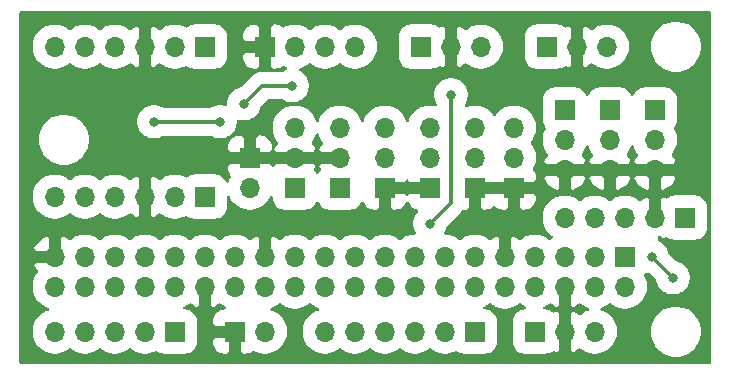
<source format=gbl>
G04 #@! TF.GenerationSoftware,KiCad,Pcbnew,8.0.8*
G04 #@! TF.CreationDate,2025-04-06T11:28:41+01:00*
G04 #@! TF.ProjectId,flexbot_PCB07,666c6578-626f-4745-9f50-434230372e6b,rev?*
G04 #@! TF.SameCoordinates,Original*
G04 #@! TF.FileFunction,Copper,L2,Bot*
G04 #@! TF.FilePolarity,Positive*
%FSLAX46Y46*%
G04 Gerber Fmt 4.6, Leading zero omitted, Abs format (unit mm)*
G04 Created by KiCad (PCBNEW 8.0.8) date 2025-04-06 11:28:41*
%MOMM*%
%LPD*%
G01*
G04 APERTURE LIST*
G04 #@! TA.AperFunction,ComponentPad*
%ADD10O,1.700000X1.700000*%
G04 #@! TD*
G04 #@! TA.AperFunction,ComponentPad*
%ADD11R,1.700000X1.700000*%
G04 #@! TD*
G04 #@! TA.AperFunction,ViaPad*
%ADD12C,0.800000*%
G04 #@! TD*
G04 #@! TA.AperFunction,Conductor*
%ADD13C,0.300000*%
G04 #@! TD*
G04 #@! TA.AperFunction,Conductor*
%ADD14C,0.250000*%
G04 #@! TD*
G04 #@! TA.AperFunction,Conductor*
%ADD15C,0.350000*%
G04 #@! TD*
G04 APERTURE END LIST*
D10*
X106426000Y-43180000D03*
X103886000Y-43180000D03*
D11*
X101346000Y-43180000D03*
D10*
X107442000Y-19050000D03*
X104902000Y-19050000D03*
D11*
X102362000Y-19050000D03*
X107696000Y-24384000D03*
D10*
X107696000Y-26924000D03*
X107696000Y-29464000D03*
D11*
X77216000Y-28448000D03*
D10*
X77216000Y-30988000D03*
X78486000Y-43180000D03*
D11*
X75946000Y-43180000D03*
X108966000Y-36830000D03*
D10*
X108966000Y-39370000D03*
X106426000Y-36830000D03*
X106426000Y-39370000D03*
X103886000Y-36830000D03*
X103886000Y-39370000D03*
X101346000Y-36830000D03*
X101346000Y-39370000D03*
X98806000Y-36830000D03*
X98806000Y-39370000D03*
X96266000Y-36830000D03*
X96266000Y-39370000D03*
X93726000Y-36830000D03*
X93726000Y-39370000D03*
X91186000Y-36830000D03*
X91186000Y-39370000D03*
X88646000Y-36830000D03*
X88646000Y-39370000D03*
X86106000Y-36830000D03*
X86106000Y-39370000D03*
X83566000Y-36830000D03*
X83566000Y-39370000D03*
X81026000Y-36830000D03*
X81026000Y-39370000D03*
X78486000Y-36830000D03*
X78486000Y-39370000D03*
X75946000Y-36830000D03*
X75946000Y-39370000D03*
X73406000Y-36830000D03*
X73406000Y-39370000D03*
X70866000Y-36830000D03*
X70866000Y-39370000D03*
X68326000Y-36830000D03*
X68326000Y-39370000D03*
X65786000Y-36830000D03*
X65786000Y-39370000D03*
X63246000Y-36830000D03*
X63246000Y-39370000D03*
X60706000Y-36830000D03*
X60706000Y-39370000D03*
D11*
X91694000Y-19050000D03*
D10*
X94234000Y-19050000D03*
X96774000Y-19050000D03*
X83566000Y-43180000D03*
X86106000Y-43180000D03*
X88646000Y-43180000D03*
X91186000Y-43180000D03*
X93726000Y-43180000D03*
D11*
X96266000Y-43180000D03*
D10*
X103886000Y-33528000D03*
X106426000Y-33528000D03*
X108966000Y-33528000D03*
X111506000Y-33528000D03*
D11*
X114046000Y-33528000D03*
D10*
X111506000Y-29464000D03*
X111506000Y-26924000D03*
D11*
X111506000Y-24384000D03*
D10*
X103886000Y-29464000D03*
X103886000Y-26924000D03*
D11*
X103886000Y-24384000D03*
X73406000Y-19050000D03*
D10*
X70866000Y-19050000D03*
X68326000Y-19050000D03*
X65786000Y-19050000D03*
X63246000Y-19050000D03*
X60706000Y-19050000D03*
D11*
X73406000Y-31750000D03*
D10*
X70866000Y-31750000D03*
X68326000Y-31750000D03*
X65786000Y-31750000D03*
X63246000Y-31750000D03*
X60706000Y-31750000D03*
D11*
X70866000Y-43180000D03*
D10*
X68326000Y-43180000D03*
X65786000Y-43180000D03*
X63246000Y-43180000D03*
X60706000Y-43180000D03*
X84836000Y-25908000D03*
X84836000Y-28448000D03*
D11*
X84836000Y-30988000D03*
X81026000Y-30988000D03*
D10*
X81026000Y-28448000D03*
X81026000Y-25908000D03*
D11*
X99568000Y-30988000D03*
D10*
X99568000Y-28448000D03*
X99568000Y-25908000D03*
X96266000Y-25908000D03*
X96266000Y-28448000D03*
D11*
X96266000Y-30988000D03*
X92456000Y-30988000D03*
D10*
X92456000Y-28448000D03*
X92456000Y-25908000D03*
X88646000Y-25908000D03*
X88646000Y-28448000D03*
D11*
X88646000Y-30988000D03*
X78486000Y-19050000D03*
D10*
X81026000Y-19050000D03*
X83566000Y-19050000D03*
X86106000Y-19050000D03*
D12*
X80772000Y-22352000D03*
X76708000Y-23876000D03*
X92456000Y-34036000D03*
X94234000Y-23114000D03*
X113030000Y-38608000D03*
X111252000Y-36830000D03*
X74676000Y-25400000D03*
X69088000Y-25400000D03*
D13*
X78232000Y-22352000D02*
X80772000Y-22352000D01*
X76708000Y-23876000D02*
X78232000Y-22352000D01*
X92456000Y-34036000D02*
X94234000Y-32258000D01*
X94234000Y-32258000D02*
X94234000Y-23114000D01*
D14*
X113030000Y-38608000D02*
X111252000Y-36830000D01*
D15*
X72644000Y-25400000D02*
X69088000Y-25400000D01*
X72644000Y-25400000D02*
X72136000Y-25400000D01*
X74676000Y-25400000D02*
X72644000Y-25400000D01*
G04 #@! TA.AperFunction,Conductor*
G36*
X68755601Y-38851667D02*
G01*
X68796803Y-38879197D01*
X68804813Y-38891186D01*
X68816803Y-38899197D01*
X68844333Y-38940399D01*
X68854000Y-38989000D01*
X68854000Y-39751000D01*
X68844333Y-39799601D01*
X68816803Y-39840803D01*
X68804813Y-39848813D01*
X68796803Y-39860803D01*
X68755601Y-39888333D01*
X68707000Y-39898000D01*
X67945000Y-39898000D01*
X67896399Y-39888333D01*
X67855197Y-39860803D01*
X67847186Y-39848813D01*
X67835197Y-39840803D01*
X67807667Y-39799601D01*
X67798000Y-39751000D01*
X67798000Y-38989000D01*
X67807667Y-38940399D01*
X67835197Y-38899197D01*
X67847186Y-38891186D01*
X67855197Y-38879197D01*
X67896399Y-38851667D01*
X67945000Y-38842000D01*
X68707000Y-38842000D01*
X68755601Y-38851667D01*
G37*
G04 #@! TD.AperFunction*
G04 #@! TA.AperFunction,Conductor*
G36*
X86535601Y-38851667D02*
G01*
X86576803Y-38879197D01*
X86584813Y-38891186D01*
X86596803Y-38899197D01*
X86624333Y-38940399D01*
X86634000Y-38989000D01*
X86634000Y-39751000D01*
X86624333Y-39799601D01*
X86596803Y-39840803D01*
X86584813Y-39848813D01*
X86576803Y-39860803D01*
X86535601Y-39888333D01*
X86487000Y-39898000D01*
X85725000Y-39898000D01*
X85676399Y-39888333D01*
X85635197Y-39860803D01*
X85627186Y-39848813D01*
X85615197Y-39840803D01*
X85587667Y-39799601D01*
X85578000Y-39751000D01*
X85578000Y-38989000D01*
X85587667Y-38940399D01*
X85615197Y-38899197D01*
X85627186Y-38891186D01*
X85635197Y-38879197D01*
X85676399Y-38851667D01*
X85725000Y-38842000D01*
X86487000Y-38842000D01*
X86535601Y-38851667D01*
G37*
G04 #@! TD.AperFunction*
G04 #@! TA.AperFunction,Conductor*
G36*
X94155601Y-38851667D02*
G01*
X94196803Y-38879197D01*
X94204813Y-38891186D01*
X94216803Y-38899197D01*
X94244333Y-38940399D01*
X94254000Y-38989000D01*
X94254000Y-39751000D01*
X94244333Y-39799601D01*
X94216803Y-39840803D01*
X94204813Y-39848813D01*
X94196803Y-39860803D01*
X94155601Y-39888333D01*
X94107000Y-39898000D01*
X93345000Y-39898000D01*
X93296399Y-39888333D01*
X93255197Y-39860803D01*
X93247186Y-39848813D01*
X93235197Y-39840803D01*
X93207667Y-39799601D01*
X93198000Y-39751000D01*
X93198000Y-38989000D01*
X93207667Y-38940399D01*
X93235197Y-38899197D01*
X93247186Y-38891186D01*
X93255197Y-38879197D01*
X93296399Y-38851667D01*
X93345000Y-38842000D01*
X94107000Y-38842000D01*
X94155601Y-38851667D01*
G37*
G04 #@! TD.AperFunction*
G04 #@! TA.AperFunction,Conductor*
G36*
X116203601Y-16061667D02*
G01*
X116244803Y-16089197D01*
X116272333Y-16130399D01*
X116282000Y-16179000D01*
X116282001Y-45797000D01*
X116272334Y-45845601D01*
X116244804Y-45886803D01*
X116203602Y-45914333D01*
X116155001Y-45924000D01*
X57835000Y-45924000D01*
X57786399Y-45914333D01*
X57745197Y-45886803D01*
X57717667Y-45845601D01*
X57708000Y-45797000D01*
X57708000Y-39370000D01*
X58830971Y-39370000D01*
X58866998Y-39735799D01*
X58973698Y-40087540D01*
X59146970Y-40411710D01*
X59380154Y-40695845D01*
X59664289Y-40929029D01*
X59988459Y-41102301D01*
X60157136Y-41153469D01*
X60200838Y-41176828D01*
X60232274Y-41215133D01*
X60246658Y-41262552D01*
X60241801Y-41311866D01*
X60218442Y-41355568D01*
X60180137Y-41387004D01*
X60157136Y-41396531D01*
X59988459Y-41447698D01*
X59664289Y-41620970D01*
X59380154Y-41854154D01*
X59146970Y-42138289D01*
X58973698Y-42462459D01*
X58866998Y-42814200D01*
X58830971Y-43180000D01*
X58866998Y-43545799D01*
X58973698Y-43897540D01*
X59146970Y-44221710D01*
X59380154Y-44505845D01*
X59664289Y-44739029D01*
X59988459Y-44912301D01*
X60340200Y-45019001D01*
X60614326Y-45046000D01*
X60797674Y-45046000D01*
X61071799Y-45019001D01*
X61423540Y-44912301D01*
X61747710Y-44739029D01*
X61895432Y-44617797D01*
X61939134Y-44594438D01*
X61988448Y-44589581D01*
X62035867Y-44603965D01*
X62056568Y-44617797D01*
X62204289Y-44739029D01*
X62528459Y-44912301D01*
X62880200Y-45019001D01*
X63154326Y-45046000D01*
X63337674Y-45046000D01*
X63611799Y-45019001D01*
X63963540Y-44912301D01*
X64287710Y-44739029D01*
X64435432Y-44617797D01*
X64479134Y-44594438D01*
X64528448Y-44589581D01*
X64575867Y-44603965D01*
X64596568Y-44617797D01*
X64744289Y-44739029D01*
X65068459Y-44912301D01*
X65420200Y-45019001D01*
X65694326Y-45046000D01*
X65877674Y-45046000D01*
X66151799Y-45019001D01*
X66503540Y-44912301D01*
X66827710Y-44739029D01*
X66975432Y-44617797D01*
X67019134Y-44594438D01*
X67068448Y-44589581D01*
X67115867Y-44603965D01*
X67136568Y-44617797D01*
X67284289Y-44739029D01*
X67608459Y-44912301D01*
X67960200Y-45019001D01*
X68234326Y-45046000D01*
X68417674Y-45046000D01*
X68691799Y-45019001D01*
X69043540Y-44912301D01*
X69238803Y-44807932D01*
X69286222Y-44793548D01*
X69335536Y-44798405D01*
X69379238Y-44821764D01*
X69448809Y-44878860D01*
X69625313Y-44973203D01*
X69816829Y-45031299D01*
X70022234Y-45051530D01*
X71709766Y-45051530D01*
X71915170Y-45031299D01*
X72106686Y-44973203D01*
X72283190Y-44878860D01*
X72437896Y-44751896D01*
X72564860Y-44597190D01*
X72659203Y-44420686D01*
X72717299Y-44229170D01*
X72737342Y-44025675D01*
X74074658Y-44025675D01*
X74094700Y-44229170D01*
X74152796Y-44420686D01*
X74247139Y-44597190D01*
X74374103Y-44751896D01*
X74528809Y-44878860D01*
X74705313Y-44973203D01*
X74896829Y-45031299D01*
X75100324Y-45051341D01*
X75225066Y-45047577D01*
X75438000Y-44834644D01*
X75438000Y-43688000D01*
X74291356Y-43688000D01*
X74078422Y-43900933D01*
X74074658Y-44025675D01*
X72737342Y-44025675D01*
X72737530Y-44023765D01*
X72737530Y-42336234D01*
X72717299Y-42130829D01*
X72659203Y-41939313D01*
X72564860Y-41762809D01*
X72437896Y-41608103D01*
X72283190Y-41481139D01*
X72106686Y-41386796D01*
X71915170Y-41328700D01*
X71709766Y-41308470D01*
X71704839Y-41308470D01*
X71656238Y-41298803D01*
X71615036Y-41271273D01*
X71587506Y-41230071D01*
X71577839Y-41181470D01*
X71587506Y-41132869D01*
X71615036Y-41091667D01*
X71644972Y-41069466D01*
X71907710Y-40929029D01*
X72061718Y-40802638D01*
X72105420Y-40779279D01*
X72154734Y-40774422D01*
X72202153Y-40788806D01*
X72227025Y-40806214D01*
X72303524Y-40874742D01*
X72621287Y-41062696D01*
X72708341Y-41098749D01*
X72898000Y-40967606D01*
X72898000Y-39815065D01*
X72887667Y-39799601D01*
X72878000Y-39751000D01*
X72878000Y-38989000D01*
X72887667Y-38940399D01*
X72915197Y-38899197D01*
X72927186Y-38891186D01*
X72935197Y-38879197D01*
X72976399Y-38851667D01*
X73025000Y-38842000D01*
X73787000Y-38842000D01*
X73835601Y-38851667D01*
X73876803Y-38879197D01*
X73884813Y-38891186D01*
X73896803Y-38899197D01*
X73924333Y-38940399D01*
X73934000Y-38989000D01*
X73934000Y-39751000D01*
X73924333Y-39799601D01*
X73914000Y-39815065D01*
X73914000Y-40967606D01*
X74103658Y-41098749D01*
X74190712Y-41062696D01*
X74508475Y-40874742D01*
X74584975Y-40806214D01*
X74627626Y-40780987D01*
X74676684Y-40774001D01*
X74724681Y-40786321D01*
X74750282Y-40802638D01*
X74904289Y-40929029D01*
X75167696Y-41069823D01*
X75206001Y-41101259D01*
X75229360Y-41144961D01*
X75234217Y-41194275D01*
X75219833Y-41241694D01*
X75188397Y-41279999D01*
X75144695Y-41303358D01*
X75103998Y-41308769D01*
X75100324Y-41308658D01*
X74896829Y-41328700D01*
X74705313Y-41386796D01*
X74528809Y-41481139D01*
X74374103Y-41608103D01*
X74247139Y-41762809D01*
X74152796Y-41939313D01*
X74094700Y-42130829D01*
X74074658Y-42334324D01*
X74078422Y-42459066D01*
X74291356Y-42672000D01*
X75500934Y-42672000D01*
X75516399Y-42661667D01*
X75565000Y-42652000D01*
X76327000Y-42652000D01*
X76375601Y-42661667D01*
X76416803Y-42689197D01*
X76424813Y-42701186D01*
X76436803Y-42709197D01*
X76464333Y-42750399D01*
X76474000Y-42799000D01*
X76474000Y-43561000D01*
X76464333Y-43609601D01*
X76454000Y-43625065D01*
X76454000Y-44834644D01*
X76666933Y-45047577D01*
X76791675Y-45051341D01*
X76995170Y-45031299D01*
X77186686Y-44973203D01*
X77363190Y-44878860D01*
X77432762Y-44821764D01*
X77476463Y-44798405D01*
X77525778Y-44793547D01*
X77573197Y-44807932D01*
X77768459Y-44912301D01*
X78120200Y-45019001D01*
X78394326Y-45046000D01*
X78577674Y-45046000D01*
X78851799Y-45019001D01*
X79203540Y-44912301D01*
X79527710Y-44739029D01*
X79811845Y-44505845D01*
X80045029Y-44221710D01*
X80218301Y-43897540D01*
X80325001Y-43545799D01*
X80361028Y-43180000D01*
X80325001Y-42814200D01*
X80218301Y-42462459D01*
X80045029Y-42138289D01*
X79811845Y-41854154D01*
X79527710Y-41620970D01*
X79203540Y-41447698D01*
X79034864Y-41396531D01*
X78991162Y-41373172D01*
X78959726Y-41334867D01*
X78945342Y-41287448D01*
X78950199Y-41238134D01*
X78973558Y-41194432D01*
X79011863Y-41162996D01*
X79034864Y-41153469D01*
X79203540Y-41102301D01*
X79527710Y-40929029D01*
X79675432Y-40807797D01*
X79719134Y-40784438D01*
X79768448Y-40779581D01*
X79815867Y-40793965D01*
X79836568Y-40807797D01*
X79984289Y-40929029D01*
X80308459Y-41102301D01*
X80660200Y-41209001D01*
X80934326Y-41236000D01*
X81117674Y-41236000D01*
X81391799Y-41209001D01*
X81743540Y-41102301D01*
X82067710Y-40929029D01*
X82215432Y-40807797D01*
X82259134Y-40784438D01*
X82308448Y-40779581D01*
X82355867Y-40793965D01*
X82376568Y-40807797D01*
X82524289Y-40929029D01*
X82848459Y-41102301D01*
X83017136Y-41153469D01*
X83060838Y-41176828D01*
X83092274Y-41215133D01*
X83106658Y-41262552D01*
X83101801Y-41311866D01*
X83078442Y-41355568D01*
X83040137Y-41387004D01*
X83017136Y-41396531D01*
X82848459Y-41447698D01*
X82524289Y-41620970D01*
X82240154Y-41854154D01*
X82006970Y-42138289D01*
X81833698Y-42462459D01*
X81726998Y-42814200D01*
X81690971Y-43180000D01*
X81726998Y-43545799D01*
X81833698Y-43897540D01*
X82006970Y-44221710D01*
X82240154Y-44505845D01*
X82524289Y-44739029D01*
X82848459Y-44912301D01*
X83200200Y-45019001D01*
X83474326Y-45046000D01*
X83657674Y-45046000D01*
X83931799Y-45019001D01*
X84283540Y-44912301D01*
X84607710Y-44739029D01*
X84755432Y-44617797D01*
X84799134Y-44594438D01*
X84848448Y-44589581D01*
X84895867Y-44603965D01*
X84916568Y-44617797D01*
X85064289Y-44739029D01*
X85388459Y-44912301D01*
X85740200Y-45019001D01*
X86014326Y-45046000D01*
X86197674Y-45046000D01*
X86471799Y-45019001D01*
X86823540Y-44912301D01*
X87147710Y-44739029D01*
X87295432Y-44617797D01*
X87339134Y-44594438D01*
X87388448Y-44589581D01*
X87435867Y-44603965D01*
X87456568Y-44617797D01*
X87604289Y-44739029D01*
X87928459Y-44912301D01*
X88280200Y-45019001D01*
X88554326Y-45046000D01*
X88737674Y-45046000D01*
X89011799Y-45019001D01*
X89363540Y-44912301D01*
X89687710Y-44739029D01*
X89835432Y-44617797D01*
X89879134Y-44594438D01*
X89928448Y-44589581D01*
X89975867Y-44603965D01*
X89996568Y-44617797D01*
X90144289Y-44739029D01*
X90468459Y-44912301D01*
X90820200Y-45019001D01*
X91094326Y-45046000D01*
X91277674Y-45046000D01*
X91551799Y-45019001D01*
X91903540Y-44912301D01*
X92227710Y-44739029D01*
X92375432Y-44617797D01*
X92419134Y-44594438D01*
X92468448Y-44589581D01*
X92515867Y-44603965D01*
X92536568Y-44617797D01*
X92684289Y-44739029D01*
X93008459Y-44912301D01*
X93360200Y-45019001D01*
X93634326Y-45046000D01*
X93817674Y-45046000D01*
X94091799Y-45019001D01*
X94443540Y-44912301D01*
X94638803Y-44807932D01*
X94686222Y-44793548D01*
X94735536Y-44798405D01*
X94779238Y-44821764D01*
X94848809Y-44878860D01*
X95025313Y-44973203D01*
X95216829Y-45031299D01*
X95422234Y-45051530D01*
X97109766Y-45051530D01*
X97315170Y-45031299D01*
X97506686Y-44973203D01*
X97683190Y-44878860D01*
X97837896Y-44751896D01*
X97964860Y-44597190D01*
X98059203Y-44420686D01*
X98117299Y-44229170D01*
X98137530Y-44023765D01*
X98137530Y-42336234D01*
X98117299Y-42130829D01*
X98059203Y-41939313D01*
X97964860Y-41762809D01*
X97837896Y-41608103D01*
X97683190Y-41481139D01*
X97506686Y-41386796D01*
X97315170Y-41328700D01*
X97109766Y-41308470D01*
X97104839Y-41308470D01*
X97056238Y-41298803D01*
X97015036Y-41271273D01*
X96987506Y-41230071D01*
X96977839Y-41181470D01*
X96987506Y-41132869D01*
X97015036Y-41091667D01*
X97044972Y-41069466D01*
X97307710Y-40929029D01*
X97455432Y-40807797D01*
X97499134Y-40784438D01*
X97548448Y-40779581D01*
X97595867Y-40793965D01*
X97616568Y-40807797D01*
X97764289Y-40929029D01*
X98088459Y-41102301D01*
X98440200Y-41209001D01*
X98714326Y-41236000D01*
X98897674Y-41236000D01*
X99171799Y-41209001D01*
X99523540Y-41102301D01*
X99847710Y-40929029D01*
X99995432Y-40807797D01*
X100039134Y-40784438D01*
X100088448Y-40779581D01*
X100135867Y-40793965D01*
X100156568Y-40807797D01*
X100304289Y-40929029D01*
X100567028Y-41069466D01*
X100605333Y-41100902D01*
X100628692Y-41144604D01*
X100633549Y-41193918D01*
X100619165Y-41241337D01*
X100587729Y-41279642D01*
X100544027Y-41303001D01*
X100507161Y-41308470D01*
X100502234Y-41308470D01*
X100296829Y-41328700D01*
X100105313Y-41386796D01*
X99928809Y-41481139D01*
X99774103Y-41608103D01*
X99647139Y-41762809D01*
X99552796Y-41939313D01*
X99494700Y-42130829D01*
X99474470Y-42336234D01*
X99474470Y-44023765D01*
X99494700Y-44229170D01*
X99552796Y-44420686D01*
X99647139Y-44597190D01*
X99774103Y-44751896D01*
X99928809Y-44878860D01*
X100105313Y-44973203D01*
X100296829Y-45031299D01*
X100502234Y-45051530D01*
X102189766Y-45051530D01*
X102395170Y-45031299D01*
X102586686Y-44973203D01*
X102763190Y-44878860D01*
X102840453Y-44815452D01*
X102884154Y-44792093D01*
X102933469Y-44787235D01*
X102980888Y-44801620D01*
X102985677Y-44804314D01*
X103101287Y-44872696D01*
X103188341Y-44908749D01*
X103378000Y-44777606D01*
X103378000Y-43625065D01*
X103367667Y-43609601D01*
X103358000Y-43561000D01*
X103358000Y-42799000D01*
X103367667Y-42750399D01*
X103378000Y-42734934D01*
X103378000Y-41582393D01*
X103188341Y-41451250D01*
X103101287Y-41487303D01*
X102985677Y-41555686D01*
X102938924Y-41572108D01*
X102889446Y-41569388D01*
X102844775Y-41547941D01*
X102840453Y-41544548D01*
X102763190Y-41481139D01*
X102586686Y-41386796D01*
X102395170Y-41328700D01*
X102189766Y-41308470D01*
X102184839Y-41308470D01*
X102136238Y-41298803D01*
X102095036Y-41271273D01*
X102067506Y-41230071D01*
X102057839Y-41181470D01*
X102067506Y-41132869D01*
X102095036Y-41091667D01*
X102124972Y-41069466D01*
X102387710Y-40929029D01*
X102541718Y-40802638D01*
X102585420Y-40779279D01*
X102634734Y-40774422D01*
X102682153Y-40788806D01*
X102707025Y-40806214D01*
X102783524Y-40874742D01*
X103101287Y-41062696D01*
X103188341Y-41098749D01*
X103378000Y-40967606D01*
X103378000Y-39815065D01*
X103367667Y-39799601D01*
X103358000Y-39751000D01*
X103358000Y-38989000D01*
X103367667Y-38940399D01*
X103395197Y-38899197D01*
X103407186Y-38891186D01*
X103415197Y-38879197D01*
X103456399Y-38851667D01*
X103505000Y-38842000D01*
X104267000Y-38842000D01*
X104315601Y-38851667D01*
X104356803Y-38879197D01*
X104364813Y-38891186D01*
X104376803Y-38899197D01*
X104404333Y-38940399D01*
X104414000Y-38989000D01*
X104414000Y-39751000D01*
X104404333Y-39799601D01*
X104394000Y-39815065D01*
X104394000Y-40967606D01*
X104583658Y-41098749D01*
X104670712Y-41062696D01*
X104988475Y-40874742D01*
X105064975Y-40806214D01*
X105107626Y-40780987D01*
X105156684Y-40774001D01*
X105204681Y-40786321D01*
X105230282Y-40802638D01*
X105384289Y-40929029D01*
X105708459Y-41102301D01*
X105877136Y-41153469D01*
X105920838Y-41176828D01*
X105952274Y-41215133D01*
X105966658Y-41262552D01*
X105961801Y-41311866D01*
X105938442Y-41355568D01*
X105900137Y-41387004D01*
X105877136Y-41396531D01*
X105708459Y-41447698D01*
X105384289Y-41620970D01*
X105230282Y-41747362D01*
X105186580Y-41770721D01*
X105137266Y-41775578D01*
X105089847Y-41761194D01*
X105064975Y-41743786D01*
X104988475Y-41675257D01*
X104670712Y-41487303D01*
X104583658Y-41451250D01*
X104394000Y-41582393D01*
X104394000Y-42734934D01*
X104404333Y-42750399D01*
X104414000Y-42799000D01*
X104414000Y-43561000D01*
X104404333Y-43609601D01*
X104394000Y-43625065D01*
X104394000Y-44777606D01*
X104583658Y-44908749D01*
X104670712Y-44872696D01*
X104988475Y-44684742D01*
X105064975Y-44616214D01*
X105107626Y-44590987D01*
X105156684Y-44584001D01*
X105204681Y-44596321D01*
X105230282Y-44612638D01*
X105384289Y-44739029D01*
X105708459Y-44912301D01*
X106060200Y-45019001D01*
X106334326Y-45046000D01*
X106517674Y-45046000D01*
X106791799Y-45019001D01*
X107143540Y-44912301D01*
X107467710Y-44739029D01*
X107751845Y-44505845D01*
X107985029Y-44221710D01*
X108158301Y-43897540D01*
X108265001Y-43545799D01*
X108301028Y-43179999D01*
X108280503Y-42971593D01*
X111168000Y-42971593D01*
X111168000Y-43388406D01*
X111249316Y-43797213D01*
X111408825Y-44182303D01*
X111640393Y-44528868D01*
X111935131Y-44823606D01*
X112281696Y-45055174D01*
X112666786Y-45214683D01*
X113075593Y-45296000D01*
X113492407Y-45296000D01*
X113901213Y-45214683D01*
X114286303Y-45055174D01*
X114632868Y-44823606D01*
X114927606Y-44528868D01*
X115159174Y-44182303D01*
X115318683Y-43797213D01*
X115400000Y-43388406D01*
X115400000Y-42971593D01*
X115318683Y-42562786D01*
X115159174Y-42177696D01*
X114927606Y-41831131D01*
X114632868Y-41536393D01*
X114286303Y-41304825D01*
X113901213Y-41145316D01*
X113492407Y-41064000D01*
X113075593Y-41064000D01*
X112666786Y-41145316D01*
X112281696Y-41304825D01*
X111935131Y-41536393D01*
X111640393Y-41831131D01*
X111408825Y-42177696D01*
X111249316Y-42562786D01*
X111168000Y-42971593D01*
X108280503Y-42971593D01*
X108280497Y-42971532D01*
X108265001Y-42814200D01*
X108158301Y-42462459D01*
X107985029Y-42138289D01*
X107751845Y-41854154D01*
X107467710Y-41620970D01*
X107143540Y-41447698D01*
X106974864Y-41396531D01*
X106931162Y-41373172D01*
X106899726Y-41334867D01*
X106885342Y-41287448D01*
X106890199Y-41238134D01*
X106913558Y-41194432D01*
X106951863Y-41162996D01*
X106974864Y-41153469D01*
X107143540Y-41102301D01*
X107467710Y-40929029D01*
X107615432Y-40807797D01*
X107659134Y-40784438D01*
X107708448Y-40779581D01*
X107755867Y-40793965D01*
X107776568Y-40807797D01*
X107924289Y-40929029D01*
X108248459Y-41102301D01*
X108600200Y-41209001D01*
X108874326Y-41236000D01*
X109057674Y-41236000D01*
X109331799Y-41209001D01*
X109683540Y-41102301D01*
X110007710Y-40929029D01*
X110291845Y-40695845D01*
X110525029Y-40411710D01*
X110698301Y-40087540D01*
X110805001Y-39735799D01*
X110841028Y-39370000D01*
X110805001Y-39004200D01*
X110698301Y-38652459D01*
X110593932Y-38457197D01*
X110579548Y-38409778D01*
X110584405Y-38360464D01*
X110607764Y-38316762D01*
X110664861Y-38247189D01*
X110666496Y-38244131D01*
X110697933Y-38205826D01*
X110741635Y-38182468D01*
X110790949Y-38177612D01*
X110827102Y-38186668D01*
X110838968Y-38191583D01*
X111002158Y-38224044D01*
X111047939Y-38243007D01*
X111067185Y-38258802D01*
X111601199Y-38792817D01*
X111628729Y-38834018D01*
X111635956Y-38857842D01*
X111668416Y-39021032D01*
X111775158Y-39278730D01*
X111930118Y-39510643D01*
X112127356Y-39707881D01*
X112359269Y-39862841D01*
X112616967Y-39969583D01*
X112890538Y-40024000D01*
X113169462Y-40024000D01*
X113443032Y-39969583D01*
X113700730Y-39862841D01*
X113932643Y-39707881D01*
X114129881Y-39510643D01*
X114284841Y-39278730D01*
X114391583Y-39021032D01*
X114446000Y-38747461D01*
X114446000Y-38468538D01*
X114391583Y-38194967D01*
X114284841Y-37937269D01*
X114129881Y-37705356D01*
X113932643Y-37508118D01*
X113700730Y-37353158D01*
X113443032Y-37246416D01*
X113279842Y-37213956D01*
X113234061Y-37194993D01*
X113214817Y-37179199D01*
X112680802Y-36645185D01*
X112653271Y-36603983D01*
X112646044Y-36580158D01*
X112613583Y-36416968D01*
X112506841Y-36159269D01*
X112351881Y-35927356D01*
X112154643Y-35730118D01*
X111922730Y-35575158D01*
X111838401Y-35540228D01*
X111797199Y-35512698D01*
X111769669Y-35471496D01*
X111760002Y-35422895D01*
X111760002Y-35192195D01*
X111769669Y-35143594D01*
X111797199Y-35102392D01*
X111838401Y-35074862D01*
X111887002Y-35065195D01*
X111935603Y-35074862D01*
X111959233Y-35087736D01*
X112203658Y-35256749D01*
X112290712Y-35220696D01*
X112406323Y-35152314D01*
X112453076Y-35135892D01*
X112502554Y-35138612D01*
X112547225Y-35160059D01*
X112551547Y-35163452D01*
X112628809Y-35226860D01*
X112805313Y-35321203D01*
X112996829Y-35379299D01*
X113202234Y-35399530D01*
X114889766Y-35399530D01*
X115095170Y-35379299D01*
X115286686Y-35321203D01*
X115463190Y-35226860D01*
X115617896Y-35099896D01*
X115744860Y-34945190D01*
X115839203Y-34768686D01*
X115897299Y-34577170D01*
X115917530Y-34371765D01*
X115917530Y-32684234D01*
X115897299Y-32478829D01*
X115839203Y-32287313D01*
X115744860Y-32110809D01*
X115617896Y-31956103D01*
X115463190Y-31829139D01*
X115286686Y-31734796D01*
X115095170Y-31676700D01*
X114889766Y-31656470D01*
X113202234Y-31656470D01*
X112996829Y-31676700D01*
X112805313Y-31734796D01*
X112628809Y-31829139D01*
X112551547Y-31892548D01*
X112507846Y-31915907D01*
X112458531Y-31920765D01*
X112411112Y-31906380D01*
X112406323Y-31903686D01*
X112290712Y-31835303D01*
X112203658Y-31799250D01*
X112014000Y-31930393D01*
X112014000Y-33082934D01*
X112024333Y-33098399D01*
X112034000Y-33147000D01*
X112034000Y-33909000D01*
X112024333Y-33957601D01*
X111996803Y-33998803D01*
X111984813Y-34006813D01*
X111976803Y-34018803D01*
X111935601Y-34046333D01*
X111887000Y-34056000D01*
X111125000Y-34056000D01*
X111076399Y-34046333D01*
X111035197Y-34018803D01*
X111027186Y-34006813D01*
X111015197Y-33998803D01*
X110987667Y-33957601D01*
X110978000Y-33909000D01*
X110978000Y-33147000D01*
X110987667Y-33098399D01*
X110998000Y-33082934D01*
X110998000Y-31930393D01*
X110808341Y-31799250D01*
X110721287Y-31835303D01*
X110403524Y-32023257D01*
X110327025Y-32091786D01*
X110284374Y-32117013D01*
X110235316Y-32123999D01*
X110187319Y-32111679D01*
X110161718Y-32095362D01*
X110007710Y-31968970D01*
X109683540Y-31795698D01*
X109331799Y-31688998D01*
X109057674Y-31662000D01*
X108874326Y-31662000D01*
X108600200Y-31688998D01*
X108248459Y-31795698D01*
X107924289Y-31968970D01*
X107776568Y-32090203D01*
X107732866Y-32113562D01*
X107683552Y-32118419D01*
X107636133Y-32104035D01*
X107615432Y-32090203D01*
X107467710Y-31968970D01*
X107143540Y-31795698D01*
X106791799Y-31688998D01*
X106517674Y-31662000D01*
X106334326Y-31662000D01*
X106060200Y-31688998D01*
X105708459Y-31795698D01*
X105384289Y-31968970D01*
X105236568Y-32090203D01*
X105192866Y-32113562D01*
X105143552Y-32118419D01*
X105096133Y-32104035D01*
X105075432Y-32090203D01*
X104927710Y-31968970D01*
X104603540Y-31795698D01*
X104251799Y-31688998D01*
X103977674Y-31662000D01*
X103794326Y-31662000D01*
X103520200Y-31688998D01*
X103168459Y-31795698D01*
X102844289Y-31968970D01*
X102560154Y-32202154D01*
X102326970Y-32486289D01*
X102153698Y-32810459D01*
X102046998Y-33162200D01*
X102010971Y-33528000D01*
X102046998Y-33893799D01*
X102153698Y-34245540D01*
X102326970Y-34569710D01*
X102560154Y-34853845D01*
X102836733Y-35080828D01*
X102868169Y-35119133D01*
X102882553Y-35166552D01*
X102877696Y-35215866D01*
X102854337Y-35259568D01*
X102836733Y-35277172D01*
X102696568Y-35392203D01*
X102652866Y-35415562D01*
X102603552Y-35420419D01*
X102556133Y-35406035D01*
X102535432Y-35392203D01*
X102387710Y-35270970D01*
X102063540Y-35097698D01*
X101711799Y-34990998D01*
X101437674Y-34964000D01*
X101254326Y-34964000D01*
X100980200Y-34990998D01*
X100628459Y-35097698D01*
X100304289Y-35270970D01*
X100150282Y-35397362D01*
X100106580Y-35420721D01*
X100057266Y-35425578D01*
X100009847Y-35411194D01*
X99984975Y-35393786D01*
X99908475Y-35325257D01*
X99590712Y-35137303D01*
X99503658Y-35101250D01*
X99314000Y-35232393D01*
X99314000Y-36384934D01*
X99324333Y-36400399D01*
X99334000Y-36449000D01*
X99334000Y-37211000D01*
X99324333Y-37259601D01*
X99296803Y-37300803D01*
X99284813Y-37308813D01*
X99276803Y-37320803D01*
X99235601Y-37348333D01*
X99187000Y-37358000D01*
X98425000Y-37358000D01*
X98376399Y-37348333D01*
X98335197Y-37320803D01*
X98327186Y-37308813D01*
X98315197Y-37300803D01*
X98287667Y-37259601D01*
X98278000Y-37211000D01*
X98278000Y-36449000D01*
X98287667Y-36400399D01*
X98298000Y-36384934D01*
X98298000Y-35232393D01*
X98108341Y-35101250D01*
X98021287Y-35137303D01*
X97703524Y-35325257D01*
X97627025Y-35393786D01*
X97584374Y-35419013D01*
X97535316Y-35425999D01*
X97487319Y-35413679D01*
X97461718Y-35397362D01*
X97307710Y-35270970D01*
X96983540Y-35097698D01*
X96631799Y-34990998D01*
X96357674Y-34964000D01*
X96174326Y-34964000D01*
X95900200Y-34990998D01*
X95548459Y-35097698D01*
X95224289Y-35270970D01*
X95076568Y-35392203D01*
X95032866Y-35415562D01*
X94983552Y-35420419D01*
X94936133Y-35406035D01*
X94915432Y-35392203D01*
X94767710Y-35270970D01*
X94443540Y-35097698D01*
X94091799Y-34990998D01*
X93817674Y-34964000D01*
X93776539Y-34964000D01*
X93727938Y-34954333D01*
X93686736Y-34926803D01*
X93659206Y-34885601D01*
X93649539Y-34837000D01*
X93659206Y-34788399D01*
X93670943Y-34766442D01*
X93710841Y-34706730D01*
X93817583Y-34449032D01*
X93841265Y-34329976D01*
X93860228Y-34284196D01*
X93876022Y-34264950D01*
X95013570Y-33127402D01*
X95022805Y-33119032D01*
X95062478Y-33086472D01*
X95216120Y-32899260D01*
X95217467Y-32900365D01*
X95235415Y-32878500D01*
X95279119Y-32855144D01*
X95328425Y-32850290D01*
X95420325Y-32859341D01*
X95545066Y-32855577D01*
X95758000Y-32642644D01*
X96774000Y-32642644D01*
X96986933Y-32855577D01*
X97111675Y-32859341D01*
X97315170Y-32839299D01*
X97506686Y-32781203D01*
X97683190Y-32686860D01*
X97836432Y-32561098D01*
X97880134Y-32537739D01*
X97929448Y-32532882D01*
X97976867Y-32547266D01*
X97997568Y-32561098D01*
X98150809Y-32686860D01*
X98327313Y-32781203D01*
X98518829Y-32839299D01*
X98722324Y-32859341D01*
X98847066Y-32855577D01*
X99060000Y-32642644D01*
X100076000Y-32642644D01*
X100288933Y-32855577D01*
X100413675Y-32859341D01*
X100617170Y-32839299D01*
X100808686Y-32781203D01*
X100985190Y-32686860D01*
X101139896Y-32559896D01*
X101266860Y-32405190D01*
X101361203Y-32228686D01*
X101419299Y-32037170D01*
X101439341Y-31833675D01*
X101435577Y-31708933D01*
X101222644Y-31496000D01*
X100076000Y-31496000D01*
X100076000Y-32642644D01*
X99060000Y-32642644D01*
X99060000Y-31496000D01*
X96774000Y-31496000D01*
X96774000Y-32642644D01*
X95758000Y-32642644D01*
X95758000Y-31433065D01*
X95747667Y-31417601D01*
X95738000Y-31369000D01*
X95738000Y-30607000D01*
X95747667Y-30558399D01*
X95775197Y-30517197D01*
X95787186Y-30509186D01*
X95795197Y-30497197D01*
X95836399Y-30469667D01*
X95885000Y-30460000D01*
X96647000Y-30460000D01*
X96695601Y-30469667D01*
X96711066Y-30480000D01*
X99122934Y-30480000D01*
X99138399Y-30469667D01*
X99187000Y-30460000D01*
X99949000Y-30460000D01*
X99997601Y-30469667D01*
X100013066Y-30480000D01*
X101222644Y-30480000D01*
X101435577Y-30267066D01*
X101438758Y-30161658D01*
X102157250Y-30161658D01*
X102193303Y-30248712D01*
X102381257Y-30566475D01*
X102625256Y-30838855D01*
X102917695Y-31058392D01*
X103193209Y-31190669D01*
X103378000Y-31066755D01*
X104394000Y-31066755D01*
X104578790Y-31190669D01*
X104854304Y-31058392D01*
X105146743Y-30838855D01*
X105390742Y-30566475D01*
X105578696Y-30248712D01*
X105614749Y-30161658D01*
X105967250Y-30161658D01*
X106003303Y-30248712D01*
X106191257Y-30566475D01*
X106435256Y-30838855D01*
X106727695Y-31058392D01*
X107003209Y-31190669D01*
X107188000Y-31066755D01*
X108204000Y-31066755D01*
X108388790Y-31190669D01*
X108664304Y-31058392D01*
X108956743Y-30838855D01*
X109200742Y-30566475D01*
X109388696Y-30248712D01*
X109424749Y-30161658D01*
X109777250Y-30161658D01*
X109813303Y-30248712D01*
X110001257Y-30566475D01*
X110245256Y-30838855D01*
X110537695Y-31058392D01*
X110813209Y-31190669D01*
X110998000Y-31066755D01*
X112014000Y-31066755D01*
X112198790Y-31190669D01*
X112474304Y-31058392D01*
X112766743Y-30838855D01*
X113010742Y-30566475D01*
X113198696Y-30248712D01*
X113234749Y-30161658D01*
X113103606Y-29972000D01*
X112014000Y-29972000D01*
X112014000Y-31066755D01*
X110998000Y-31066755D01*
X110998000Y-29972000D01*
X109908394Y-29972000D01*
X109777250Y-30161658D01*
X109424749Y-30161658D01*
X109293606Y-29972000D01*
X108204000Y-29972000D01*
X108204000Y-31066755D01*
X107188000Y-31066755D01*
X107188000Y-29972000D01*
X106098394Y-29972000D01*
X105967250Y-30161658D01*
X105614749Y-30161658D01*
X105483606Y-29972000D01*
X104394000Y-29972000D01*
X104394000Y-31066755D01*
X103378000Y-31066755D01*
X103378000Y-29972000D01*
X102288394Y-29972000D01*
X102157250Y-30161658D01*
X101438758Y-30161658D01*
X101439336Y-30142503D01*
X101439336Y-30142494D01*
X101439341Y-30142316D01*
X101419299Y-29938829D01*
X101361203Y-29747313D01*
X101266860Y-29570809D01*
X101209764Y-29501238D01*
X101186405Y-29457537D01*
X101181547Y-29408222D01*
X101195932Y-29360803D01*
X101300301Y-29165540D01*
X101407001Y-28813799D01*
X101443028Y-28448000D01*
X101407001Y-28082200D01*
X101300301Y-27730459D01*
X101127029Y-27406289D01*
X101005797Y-27258568D01*
X100982438Y-27214866D01*
X100977581Y-27165552D01*
X100991965Y-27118133D01*
X101005797Y-27097432D01*
X101127029Y-26949710D01*
X101140771Y-26924000D01*
X102010971Y-26924000D01*
X102046998Y-27289799D01*
X102153698Y-27641540D01*
X102326970Y-27965710D01*
X102453362Y-28119718D01*
X102476721Y-28163420D01*
X102481578Y-28212734D01*
X102467194Y-28260153D01*
X102449786Y-28285025D01*
X102381257Y-28361524D01*
X102193303Y-28679287D01*
X102157250Y-28766341D01*
X102288394Y-28956000D01*
X103440934Y-28956000D01*
X103456399Y-28945667D01*
X103505000Y-28936000D01*
X104267000Y-28936000D01*
X104315601Y-28945667D01*
X104331066Y-28956000D01*
X105483606Y-28956000D01*
X105614749Y-28766341D01*
X105578696Y-28679287D01*
X105390742Y-28361524D01*
X105322214Y-28285025D01*
X105296987Y-28242374D01*
X105290001Y-28193316D01*
X105302321Y-28145319D01*
X105318638Y-28119718D01*
X105445029Y-27965710D01*
X105618301Y-27641540D01*
X105669469Y-27472864D01*
X105692828Y-27429162D01*
X105731133Y-27397726D01*
X105778552Y-27383342D01*
X105827866Y-27388199D01*
X105871568Y-27411558D01*
X105903004Y-27449863D01*
X105912531Y-27472864D01*
X105963698Y-27641540D01*
X106136970Y-27965710D01*
X106263362Y-28119718D01*
X106286721Y-28163420D01*
X106291578Y-28212734D01*
X106277194Y-28260153D01*
X106259786Y-28285025D01*
X106191257Y-28361524D01*
X106003303Y-28679287D01*
X105967250Y-28766341D01*
X106098394Y-28956000D01*
X107250934Y-28956000D01*
X107266399Y-28945667D01*
X107315000Y-28936000D01*
X108077000Y-28936000D01*
X108125601Y-28945667D01*
X108141066Y-28956000D01*
X109293606Y-28956000D01*
X109424749Y-28766341D01*
X109388696Y-28679287D01*
X109200742Y-28361524D01*
X109132214Y-28285025D01*
X109106987Y-28242374D01*
X109100001Y-28193316D01*
X109112321Y-28145319D01*
X109128638Y-28119718D01*
X109255029Y-27965710D01*
X109428301Y-27641540D01*
X109479469Y-27472864D01*
X109502828Y-27429162D01*
X109541133Y-27397726D01*
X109588552Y-27383342D01*
X109637866Y-27388199D01*
X109681568Y-27411558D01*
X109713004Y-27449863D01*
X109722531Y-27472864D01*
X109773698Y-27641540D01*
X109946970Y-27965710D01*
X110073362Y-28119718D01*
X110096721Y-28163420D01*
X110101578Y-28212734D01*
X110087194Y-28260153D01*
X110069786Y-28285025D01*
X110001257Y-28361524D01*
X109813303Y-28679287D01*
X109777250Y-28766341D01*
X109908394Y-28956000D01*
X111060934Y-28956000D01*
X111076399Y-28945667D01*
X111125000Y-28936000D01*
X111887000Y-28936000D01*
X111935601Y-28945667D01*
X111951066Y-28956000D01*
X113103606Y-28956000D01*
X113234749Y-28766341D01*
X113198696Y-28679287D01*
X113010742Y-28361524D01*
X112942214Y-28285025D01*
X112916987Y-28242374D01*
X112910001Y-28193316D01*
X112922321Y-28145319D01*
X112938638Y-28119718D01*
X113065029Y-27965710D01*
X113238301Y-27641540D01*
X113345001Y-27289799D01*
X113381028Y-26924000D01*
X113345001Y-26558200D01*
X113238301Y-26206459D01*
X113133932Y-26011197D01*
X113119548Y-25963778D01*
X113124405Y-25914464D01*
X113147764Y-25870762D01*
X113204860Y-25801190D01*
X113299203Y-25624686D01*
X113357299Y-25433170D01*
X113377530Y-25227765D01*
X113377530Y-23540234D01*
X113357299Y-23334829D01*
X113299203Y-23143313D01*
X113204860Y-22966809D01*
X113077896Y-22812103D01*
X112923190Y-22685139D01*
X112746686Y-22590796D01*
X112555170Y-22532700D01*
X112349766Y-22512470D01*
X110662234Y-22512470D01*
X110456829Y-22532700D01*
X110265313Y-22590796D01*
X110088809Y-22685139D01*
X109934103Y-22812103D01*
X109807139Y-22966809D01*
X109713004Y-23142926D01*
X109681568Y-23181231D01*
X109637867Y-23204590D01*
X109588552Y-23209447D01*
X109541133Y-23195063D01*
X109502828Y-23163627D01*
X109488996Y-23142926D01*
X109394860Y-22966809D01*
X109267896Y-22812103D01*
X109113190Y-22685139D01*
X108936686Y-22590796D01*
X108745170Y-22532700D01*
X108539766Y-22512470D01*
X106852234Y-22512470D01*
X106646829Y-22532700D01*
X106455313Y-22590796D01*
X106278809Y-22685139D01*
X106124103Y-22812103D01*
X105997139Y-22966809D01*
X105903004Y-23142926D01*
X105871568Y-23181231D01*
X105827867Y-23204590D01*
X105778552Y-23209447D01*
X105731133Y-23195063D01*
X105692828Y-23163627D01*
X105678996Y-23142926D01*
X105584860Y-22966809D01*
X105457896Y-22812103D01*
X105303190Y-22685139D01*
X105126686Y-22590796D01*
X104935170Y-22532700D01*
X104729766Y-22512470D01*
X103042234Y-22512470D01*
X102836829Y-22532700D01*
X102645313Y-22590796D01*
X102468809Y-22685139D01*
X102314103Y-22812103D01*
X102187139Y-22966809D01*
X102092796Y-23143313D01*
X102034700Y-23334829D01*
X102014470Y-23540234D01*
X102014470Y-25227765D01*
X102034700Y-25433170D01*
X102092796Y-25624686D01*
X102187139Y-25801190D01*
X102244236Y-25870762D01*
X102267595Y-25914463D01*
X102272453Y-25963778D01*
X102258068Y-26011197D01*
X102153698Y-26206459D01*
X102046998Y-26558200D01*
X102010971Y-26924000D01*
X101140771Y-26924000D01*
X101172771Y-26864133D01*
X101300301Y-26625540D01*
X101407001Y-26273799D01*
X101443028Y-25908000D01*
X101407001Y-25542200D01*
X101300301Y-25190459D01*
X101127029Y-24866289D01*
X100893845Y-24582154D01*
X100609710Y-24348970D01*
X100285540Y-24175698D01*
X99933799Y-24068998D01*
X99659674Y-24042000D01*
X99476326Y-24042000D01*
X99202200Y-24068998D01*
X98850459Y-24175698D01*
X98526289Y-24348970D01*
X98242154Y-24582154D01*
X98015172Y-24858733D01*
X97976867Y-24890169D01*
X97929448Y-24904553D01*
X97880134Y-24899696D01*
X97836432Y-24876337D01*
X97818828Y-24858733D01*
X97591845Y-24582154D01*
X97307710Y-24348970D01*
X96983540Y-24175698D01*
X96631799Y-24068998D01*
X96357674Y-24042000D01*
X96174326Y-24042000D01*
X95900200Y-24068998D01*
X95563866Y-24171025D01*
X95514552Y-24175882D01*
X95467133Y-24161498D01*
X95428828Y-24130062D01*
X95405469Y-24086360D01*
X95400000Y-24049494D01*
X95400000Y-23956215D01*
X95409667Y-23907614D01*
X95421404Y-23885657D01*
X95488841Y-23784730D01*
X95595583Y-23527032D01*
X95650000Y-23253461D01*
X95650000Y-22974538D01*
X95595583Y-22700967D01*
X95488841Y-22443269D01*
X95333881Y-22211356D01*
X95136643Y-22014118D01*
X94904730Y-21859158D01*
X94647032Y-21752416D01*
X94373462Y-21698000D01*
X94094538Y-21698000D01*
X93820967Y-21752416D01*
X93563269Y-21859158D01*
X93331356Y-22014118D01*
X93134118Y-22211356D01*
X92979158Y-22443269D01*
X92872416Y-22700967D01*
X92818000Y-22974538D01*
X92818000Y-23253461D01*
X92872416Y-23527032D01*
X92979158Y-23784730D01*
X93046597Y-23885659D01*
X93065561Y-23931440D01*
X93068001Y-23956217D01*
X93068001Y-23972444D01*
X93058334Y-24021045D01*
X93030804Y-24062247D01*
X92989602Y-24089777D01*
X92941001Y-24099444D01*
X92904135Y-24093975D01*
X92821799Y-24068998D01*
X92547674Y-24042000D01*
X92364326Y-24042000D01*
X92090200Y-24068998D01*
X91738459Y-24175698D01*
X91414289Y-24348970D01*
X91130154Y-24582154D01*
X90896970Y-24866289D01*
X90723698Y-25190459D01*
X90672531Y-25359136D01*
X90649172Y-25402838D01*
X90610867Y-25434274D01*
X90563448Y-25448658D01*
X90514134Y-25443801D01*
X90470432Y-25420442D01*
X90438996Y-25382137D01*
X90429469Y-25359136D01*
X90378301Y-25190459D01*
X90205029Y-24866289D01*
X89971845Y-24582154D01*
X89687710Y-24348970D01*
X89363540Y-24175698D01*
X89011799Y-24068998D01*
X88737674Y-24042000D01*
X88554326Y-24042000D01*
X88280200Y-24068998D01*
X87928459Y-24175698D01*
X87604289Y-24348970D01*
X87320154Y-24582154D01*
X87086970Y-24866289D01*
X86913698Y-25190459D01*
X86862531Y-25359136D01*
X86839172Y-25402838D01*
X86800867Y-25434274D01*
X86753448Y-25448658D01*
X86704134Y-25443801D01*
X86660432Y-25420442D01*
X86628996Y-25382137D01*
X86619469Y-25359136D01*
X86568301Y-25190459D01*
X86395029Y-24866289D01*
X86161845Y-24582154D01*
X85877710Y-24348970D01*
X85553540Y-24175698D01*
X85201799Y-24068998D01*
X84927674Y-24042000D01*
X84744326Y-24042000D01*
X84470200Y-24068998D01*
X84118459Y-24175698D01*
X83794289Y-24348970D01*
X83510154Y-24582154D01*
X83276970Y-24866289D01*
X83103698Y-25190459D01*
X83052531Y-25359136D01*
X83029172Y-25402838D01*
X82990867Y-25434274D01*
X82943448Y-25448658D01*
X82894134Y-25443801D01*
X82850432Y-25420442D01*
X82818996Y-25382137D01*
X82809469Y-25359136D01*
X82758301Y-25190459D01*
X82585029Y-24866289D01*
X82351845Y-24582154D01*
X82067710Y-24348970D01*
X81743540Y-24175698D01*
X81391799Y-24068998D01*
X81117674Y-24042000D01*
X80934326Y-24042000D01*
X80660200Y-24068998D01*
X80308459Y-24175698D01*
X79984289Y-24348970D01*
X79700154Y-24582154D01*
X79466970Y-24866289D01*
X79293698Y-25190459D01*
X79186998Y-25542200D01*
X79150971Y-25908000D01*
X79186998Y-26273799D01*
X79293698Y-26625540D01*
X79466970Y-26949710D01*
X79593362Y-27103718D01*
X79616721Y-27147420D01*
X79621578Y-27196734D01*
X79607194Y-27244153D01*
X79589786Y-27269025D01*
X79521257Y-27345524D01*
X79333302Y-27663289D01*
X79331211Y-27668340D01*
X79303685Y-27709544D01*
X79279064Y-27725998D01*
X79286984Y-27735494D01*
X79428394Y-27940000D01*
X80580934Y-27940000D01*
X80596399Y-27929667D01*
X80645000Y-27920000D01*
X81407000Y-27920000D01*
X81455601Y-27929667D01*
X81471066Y-27940000D01*
X82623606Y-27940000D01*
X82754749Y-27750341D01*
X82718696Y-27663287D01*
X82530742Y-27345524D01*
X82462214Y-27269025D01*
X82436987Y-27226374D01*
X82430001Y-27177316D01*
X82442321Y-27129319D01*
X82458638Y-27103718D01*
X82585029Y-26949710D01*
X82758301Y-26625540D01*
X82809469Y-26456864D01*
X82832828Y-26413162D01*
X82871133Y-26381726D01*
X82918552Y-26367342D01*
X82967866Y-26372199D01*
X83011568Y-26395558D01*
X83043004Y-26433863D01*
X83052531Y-26456864D01*
X83103698Y-26625540D01*
X83276970Y-26949710D01*
X83403362Y-27103718D01*
X83426721Y-27147420D01*
X83431578Y-27196734D01*
X83417194Y-27244153D01*
X83399786Y-27269025D01*
X83331257Y-27345524D01*
X83143303Y-27663287D01*
X83107250Y-27750341D01*
X83238394Y-27940000D01*
X84390934Y-27940000D01*
X84406399Y-27929667D01*
X84455000Y-27920000D01*
X85217000Y-27920000D01*
X85265601Y-27929667D01*
X85306803Y-27957197D01*
X85314813Y-27969186D01*
X85326803Y-27977197D01*
X85354333Y-28018399D01*
X85364000Y-28067000D01*
X85364000Y-28829000D01*
X85354333Y-28877601D01*
X85326803Y-28918803D01*
X85314813Y-28926813D01*
X85306803Y-28938803D01*
X85265601Y-28966333D01*
X85217000Y-28976000D01*
X84455000Y-28976000D01*
X84406399Y-28966333D01*
X84390934Y-28956000D01*
X83238394Y-28956000D01*
X83107250Y-29145658D01*
X83143303Y-29232712D01*
X83211686Y-29348323D01*
X83228108Y-29395076D01*
X83225388Y-29444554D01*
X83203941Y-29489225D01*
X83200548Y-29493547D01*
X83137139Y-29570809D01*
X83043004Y-29746926D01*
X83011568Y-29785231D01*
X82967867Y-29808590D01*
X82918552Y-29813447D01*
X82871133Y-29799063D01*
X82832828Y-29767627D01*
X82818996Y-29746926D01*
X82724860Y-29570809D01*
X82661452Y-29493547D01*
X82638093Y-29449846D01*
X82633235Y-29400531D01*
X82647620Y-29353112D01*
X82650314Y-29348323D01*
X82718696Y-29232712D01*
X82754749Y-29145658D01*
X82623606Y-28956000D01*
X81471066Y-28956000D01*
X81455601Y-28966333D01*
X81407000Y-28976000D01*
X80645000Y-28976000D01*
X80596399Y-28966333D01*
X80580934Y-28956000D01*
X79428394Y-28956000D01*
X79286984Y-29160506D01*
X79251391Y-29194982D01*
X79205314Y-29213214D01*
X79155768Y-29212424D01*
X79110294Y-29192734D01*
X79092722Y-29178078D01*
X78870644Y-28956000D01*
X77661066Y-28956000D01*
X77645601Y-28966333D01*
X77597000Y-28976000D01*
X76835000Y-28976000D01*
X76786399Y-28966333D01*
X76770934Y-28956000D01*
X75561356Y-28956000D01*
X75348422Y-29168933D01*
X75344658Y-29293675D01*
X75364700Y-29497170D01*
X75422796Y-29688686D01*
X75517139Y-29865190D01*
X75574236Y-29934762D01*
X75597595Y-29978463D01*
X75602453Y-30027778D01*
X75588068Y-30075197D01*
X75483698Y-30270459D01*
X75423476Y-30468985D01*
X75400117Y-30512687D01*
X75361812Y-30544123D01*
X75314393Y-30558507D01*
X75265079Y-30553650D01*
X75221377Y-30530291D01*
X75189941Y-30491986D01*
X75104860Y-30332809D01*
X74977896Y-30178103D01*
X74823190Y-30051139D01*
X74646686Y-29956796D01*
X74455170Y-29898700D01*
X74249766Y-29878470D01*
X72562234Y-29878470D01*
X72356829Y-29898700D01*
X72165313Y-29956796D01*
X71988809Y-30051139D01*
X71919238Y-30108236D01*
X71875537Y-30131595D01*
X71826222Y-30136453D01*
X71778803Y-30122068D01*
X71583540Y-30017698D01*
X71231799Y-29910998D01*
X70957674Y-29884000D01*
X70774326Y-29884000D01*
X70500200Y-29910998D01*
X70148459Y-30017698D01*
X69824289Y-30190970D01*
X69670282Y-30317362D01*
X69626580Y-30340721D01*
X69577266Y-30345578D01*
X69529847Y-30331194D01*
X69504975Y-30313786D01*
X69428475Y-30245257D01*
X69110712Y-30057303D01*
X69023658Y-30021250D01*
X68834000Y-30152393D01*
X68834000Y-31304934D01*
X68844333Y-31320399D01*
X68854000Y-31369000D01*
X68854000Y-32131000D01*
X68844333Y-32179601D01*
X68834000Y-32195065D01*
X68834000Y-33347606D01*
X69023658Y-33478749D01*
X69110712Y-33442696D01*
X69428475Y-33254742D01*
X69504975Y-33186214D01*
X69547626Y-33160987D01*
X69596684Y-33154001D01*
X69644681Y-33166321D01*
X69670282Y-33182638D01*
X69824289Y-33309029D01*
X70148459Y-33482301D01*
X70500200Y-33589001D01*
X70774326Y-33616000D01*
X70957674Y-33616000D01*
X71231799Y-33589001D01*
X71583540Y-33482301D01*
X71778803Y-33377932D01*
X71826222Y-33363548D01*
X71875536Y-33368405D01*
X71919238Y-33391764D01*
X71988809Y-33448860D01*
X72165313Y-33543203D01*
X72356829Y-33601299D01*
X72562234Y-33621530D01*
X74249766Y-33621530D01*
X74455170Y-33601299D01*
X74646686Y-33543203D01*
X74823190Y-33448860D01*
X74977896Y-33321896D01*
X75104860Y-33167190D01*
X75199203Y-32990686D01*
X75257299Y-32799170D01*
X75277530Y-32593765D01*
X75277530Y-31826839D01*
X75287197Y-31778238D01*
X75314727Y-31737036D01*
X75355929Y-31709506D01*
X75404530Y-31699839D01*
X75453131Y-31709506D01*
X75494333Y-31737036D01*
X75516534Y-31766972D01*
X75656970Y-32029710D01*
X75890154Y-32313845D01*
X76174289Y-32547029D01*
X76498459Y-32720301D01*
X76850200Y-32827001D01*
X77124326Y-32854000D01*
X77307674Y-32854000D01*
X77581799Y-32827001D01*
X77933540Y-32720301D01*
X78257710Y-32547029D01*
X78541845Y-32313845D01*
X78775029Y-32029710D01*
X78915466Y-31766972D01*
X78946902Y-31728667D01*
X78990604Y-31705308D01*
X79039918Y-31700451D01*
X79087337Y-31714835D01*
X79125642Y-31746271D01*
X79149001Y-31789973D01*
X79154470Y-31826839D01*
X79154470Y-31831765D01*
X79174700Y-32037170D01*
X79232796Y-32228686D01*
X79327139Y-32405190D01*
X79454103Y-32559896D01*
X79608809Y-32686860D01*
X79785313Y-32781203D01*
X79976829Y-32839299D01*
X80182234Y-32859530D01*
X81869766Y-32859530D01*
X82075170Y-32839299D01*
X82266686Y-32781203D01*
X82443190Y-32686860D01*
X82597896Y-32559896D01*
X82724860Y-32405190D01*
X82818996Y-32229074D01*
X82850432Y-32190769D01*
X82894133Y-32167410D01*
X82943448Y-32162553D01*
X82990867Y-32176937D01*
X83029172Y-32208373D01*
X83043004Y-32229074D01*
X83137139Y-32405190D01*
X83264103Y-32559896D01*
X83418809Y-32686860D01*
X83595313Y-32781203D01*
X83786829Y-32839299D01*
X83992234Y-32859530D01*
X85679766Y-32859530D01*
X85885170Y-32839299D01*
X86076686Y-32781203D01*
X86253190Y-32686860D01*
X86407896Y-32559896D01*
X86534860Y-32405190D01*
X86628996Y-32229074D01*
X86660432Y-32190769D01*
X86704133Y-32167410D01*
X86753448Y-32162553D01*
X86800867Y-32176937D01*
X86839172Y-32208373D01*
X86853004Y-32229074D01*
X86947139Y-32405190D01*
X87074103Y-32559896D01*
X87228809Y-32686860D01*
X87405313Y-32781203D01*
X87596829Y-32839299D01*
X87800324Y-32859341D01*
X87925066Y-32855577D01*
X88138000Y-32642644D01*
X88138000Y-31433065D01*
X88127667Y-31417601D01*
X88118000Y-31369000D01*
X88118000Y-30607000D01*
X88127667Y-30558399D01*
X88155197Y-30517197D01*
X88167186Y-30509186D01*
X88175197Y-30497197D01*
X88216399Y-30469667D01*
X88265000Y-30460000D01*
X89027000Y-30460000D01*
X89075601Y-30469667D01*
X89091066Y-30480000D01*
X90300644Y-30480000D01*
X90461197Y-30319447D01*
X90502399Y-30291917D01*
X90551000Y-30282250D01*
X90599601Y-30291917D01*
X90640803Y-30319447D01*
X90801356Y-30480000D01*
X92010934Y-30480000D01*
X92026399Y-30469667D01*
X92075000Y-30460000D01*
X92837000Y-30460000D01*
X92885601Y-30469667D01*
X92926803Y-30497197D01*
X92934813Y-30509186D01*
X92946803Y-30517197D01*
X92974333Y-30558399D01*
X92984000Y-30607000D01*
X92984000Y-31369000D01*
X92974333Y-31417601D01*
X92946803Y-31458803D01*
X92934813Y-31466813D01*
X92926803Y-31478803D01*
X92885601Y-31506333D01*
X92837000Y-31516000D01*
X92075000Y-31516000D01*
X92026399Y-31506333D01*
X92010934Y-31496000D01*
X90801356Y-31496000D01*
X90640803Y-31656553D01*
X90599601Y-31684083D01*
X90551000Y-31693750D01*
X90502399Y-31684083D01*
X90461197Y-31656553D01*
X90300644Y-31496000D01*
X89154000Y-31496000D01*
X89154000Y-32642644D01*
X89366933Y-32855577D01*
X89491675Y-32859341D01*
X89695170Y-32839299D01*
X89886686Y-32781203D01*
X90063190Y-32686860D01*
X90217896Y-32559896D01*
X90344860Y-32405190D01*
X90438996Y-32229074D01*
X90470432Y-32190769D01*
X90514133Y-32167410D01*
X90563448Y-32162553D01*
X90610867Y-32176937D01*
X90649172Y-32208373D01*
X90663004Y-32229074D01*
X90757139Y-32405190D01*
X90884103Y-32559896D01*
X91038809Y-32686860D01*
X91215313Y-32781203D01*
X91390775Y-32834429D01*
X91434477Y-32857788D01*
X91465913Y-32896093D01*
X91480297Y-32943512D01*
X91475440Y-32992826D01*
X91452081Y-33036528D01*
X91443712Y-33045763D01*
X91356118Y-33133356D01*
X91201158Y-33365269D01*
X91094416Y-33622967D01*
X91040000Y-33896538D01*
X91040000Y-34175461D01*
X91094416Y-34449032D01*
X91201158Y-34706730D01*
X91241057Y-34766442D01*
X91260021Y-34812223D01*
X91260021Y-34861776D01*
X91241058Y-34907557D01*
X91206019Y-34942596D01*
X91160238Y-34961560D01*
X91135461Y-34964000D01*
X91094326Y-34964000D01*
X90820200Y-34990998D01*
X90468459Y-35097698D01*
X90144289Y-35270970D01*
X89996568Y-35392203D01*
X89952866Y-35415562D01*
X89903552Y-35420419D01*
X89856133Y-35406035D01*
X89835432Y-35392203D01*
X89687710Y-35270970D01*
X89363540Y-35097698D01*
X89011799Y-34990998D01*
X88737674Y-34964000D01*
X88554326Y-34964000D01*
X88280200Y-34990998D01*
X87928459Y-35097698D01*
X87604289Y-35270970D01*
X87456568Y-35392203D01*
X87412866Y-35415562D01*
X87363552Y-35420419D01*
X87316133Y-35406035D01*
X87295432Y-35392203D01*
X87147710Y-35270970D01*
X86823540Y-35097698D01*
X86471799Y-34990998D01*
X86197674Y-34964000D01*
X86014326Y-34964000D01*
X85740200Y-34990998D01*
X85388459Y-35097698D01*
X85064289Y-35270970D01*
X84916568Y-35392203D01*
X84872866Y-35415562D01*
X84823552Y-35420419D01*
X84776133Y-35406035D01*
X84755432Y-35392203D01*
X84607710Y-35270970D01*
X84283540Y-35097698D01*
X83931799Y-34990998D01*
X83657674Y-34964000D01*
X83474326Y-34964000D01*
X83200200Y-34990998D01*
X82848459Y-35097698D01*
X82524289Y-35270970D01*
X82376568Y-35392203D01*
X82332866Y-35415562D01*
X82283552Y-35420419D01*
X82236133Y-35406035D01*
X82215432Y-35392203D01*
X82067710Y-35270970D01*
X81743540Y-35097698D01*
X81391799Y-34990998D01*
X81117674Y-34964000D01*
X80934326Y-34964000D01*
X80660200Y-34990998D01*
X80308459Y-35097698D01*
X79984289Y-35270970D01*
X79830282Y-35397362D01*
X79786580Y-35420721D01*
X79737266Y-35425578D01*
X79689847Y-35411194D01*
X79664975Y-35393786D01*
X79588475Y-35325257D01*
X79270712Y-35137303D01*
X79183658Y-35101250D01*
X78994000Y-35232393D01*
X78994000Y-36384934D01*
X79004333Y-36400399D01*
X79014000Y-36449000D01*
X79014000Y-37211000D01*
X79004333Y-37259601D01*
X78976803Y-37300803D01*
X78964813Y-37308813D01*
X78956803Y-37320803D01*
X78915601Y-37348333D01*
X78867000Y-37358000D01*
X78105000Y-37358000D01*
X78056399Y-37348333D01*
X78015197Y-37320803D01*
X78007186Y-37308813D01*
X77995197Y-37300803D01*
X77967667Y-37259601D01*
X77958000Y-37211000D01*
X77958000Y-36449000D01*
X77967667Y-36400399D01*
X77978000Y-36384934D01*
X77978000Y-35232393D01*
X77788341Y-35101250D01*
X77701287Y-35137303D01*
X77383524Y-35325257D01*
X77307025Y-35393786D01*
X77264374Y-35419013D01*
X77215316Y-35425999D01*
X77167319Y-35413679D01*
X77141718Y-35397362D01*
X76987710Y-35270970D01*
X76663540Y-35097698D01*
X76311799Y-34990998D01*
X76037674Y-34964000D01*
X75854326Y-34964000D01*
X75580200Y-34990998D01*
X75228459Y-35097698D01*
X74904289Y-35270970D01*
X74756568Y-35392203D01*
X74712866Y-35415562D01*
X74663552Y-35420419D01*
X74616133Y-35406035D01*
X74595432Y-35392203D01*
X74447710Y-35270970D01*
X74123540Y-35097698D01*
X73771799Y-34990998D01*
X73497674Y-34964000D01*
X73314326Y-34964000D01*
X73040200Y-34990998D01*
X72688459Y-35097698D01*
X72364289Y-35270970D01*
X72216568Y-35392203D01*
X72172866Y-35415562D01*
X72123552Y-35420419D01*
X72076133Y-35406035D01*
X72055432Y-35392203D01*
X71907710Y-35270970D01*
X71583540Y-35097698D01*
X71231799Y-34990998D01*
X70957674Y-34964000D01*
X70774326Y-34964000D01*
X70500200Y-34990998D01*
X70148459Y-35097698D01*
X69824289Y-35270970D01*
X69676568Y-35392203D01*
X69632866Y-35415562D01*
X69583552Y-35420419D01*
X69536133Y-35406035D01*
X69515432Y-35392203D01*
X69367710Y-35270970D01*
X69043540Y-35097698D01*
X68691799Y-34990998D01*
X68417674Y-34964000D01*
X68234326Y-34964000D01*
X67960200Y-34990998D01*
X67608459Y-35097698D01*
X67284289Y-35270970D01*
X67136568Y-35392203D01*
X67092866Y-35415562D01*
X67043552Y-35420419D01*
X66996133Y-35406035D01*
X66975432Y-35392203D01*
X66827710Y-35270970D01*
X66503540Y-35097698D01*
X66151799Y-34990998D01*
X65877674Y-34964000D01*
X65694326Y-34964000D01*
X65420200Y-34990998D01*
X65068459Y-35097698D01*
X64744289Y-35270970D01*
X64596568Y-35392203D01*
X64552866Y-35415562D01*
X64503552Y-35420419D01*
X64456133Y-35406035D01*
X64435432Y-35392203D01*
X64287710Y-35270970D01*
X63963540Y-35097698D01*
X63611799Y-34990998D01*
X63337674Y-34964000D01*
X63154326Y-34964000D01*
X62880200Y-34990998D01*
X62528459Y-35097698D01*
X62204289Y-35270970D01*
X62050282Y-35397362D01*
X62006580Y-35420721D01*
X61957266Y-35425578D01*
X61909847Y-35411194D01*
X61884975Y-35393786D01*
X61808475Y-35325257D01*
X61490712Y-35137303D01*
X61403658Y-35101250D01*
X61214000Y-35232393D01*
X61214000Y-36384934D01*
X61224333Y-36400399D01*
X61234000Y-36449000D01*
X61234000Y-37211000D01*
X61224333Y-37259601D01*
X61196803Y-37300803D01*
X61184813Y-37308813D01*
X61176803Y-37320803D01*
X61135601Y-37348333D01*
X61087000Y-37358000D01*
X60325000Y-37358000D01*
X60276399Y-37348333D01*
X60260934Y-37338000D01*
X59103244Y-37338000D01*
X58979330Y-37522790D01*
X59111607Y-37798304D01*
X59276431Y-38017862D01*
X59297878Y-38062533D01*
X59300598Y-38112011D01*
X59284176Y-38158764D01*
X59273038Y-38174676D01*
X59146970Y-38328289D01*
X58973698Y-38652459D01*
X58866998Y-39004200D01*
X58830971Y-39370000D01*
X57708000Y-39370000D01*
X57708000Y-36137209D01*
X58979330Y-36137209D01*
X59103244Y-36322000D01*
X60198000Y-36322000D01*
X60198000Y-35232393D01*
X60008341Y-35101250D01*
X59921287Y-35137303D01*
X59603524Y-35325257D01*
X59331144Y-35569256D01*
X59111607Y-35861695D01*
X58979330Y-36137209D01*
X57708000Y-36137209D01*
X57708000Y-31750000D01*
X58830971Y-31750000D01*
X58866998Y-32115799D01*
X58973698Y-32467540D01*
X59146970Y-32791710D01*
X59380154Y-33075845D01*
X59664289Y-33309029D01*
X59988459Y-33482301D01*
X60340200Y-33589001D01*
X60614326Y-33616000D01*
X60797674Y-33616000D01*
X61071799Y-33589001D01*
X61423540Y-33482301D01*
X61747710Y-33309029D01*
X61895432Y-33187797D01*
X61939134Y-33164438D01*
X61988448Y-33159581D01*
X62035867Y-33173965D01*
X62056568Y-33187797D01*
X62204289Y-33309029D01*
X62528459Y-33482301D01*
X62880200Y-33589001D01*
X63154326Y-33616000D01*
X63337674Y-33616000D01*
X63611799Y-33589001D01*
X63963540Y-33482301D01*
X64287710Y-33309029D01*
X64435432Y-33187797D01*
X64479134Y-33164438D01*
X64528448Y-33159581D01*
X64575867Y-33173965D01*
X64596568Y-33187797D01*
X64744289Y-33309029D01*
X65068459Y-33482301D01*
X65420200Y-33589001D01*
X65694326Y-33616000D01*
X65877674Y-33616000D01*
X66151799Y-33589001D01*
X66503540Y-33482301D01*
X66827710Y-33309029D01*
X66981718Y-33182638D01*
X67025420Y-33159279D01*
X67074734Y-33154422D01*
X67122153Y-33168806D01*
X67147025Y-33186214D01*
X67223524Y-33254742D01*
X67541287Y-33442696D01*
X67628341Y-33478749D01*
X67818000Y-33347606D01*
X67818000Y-32195065D01*
X67807667Y-32179601D01*
X67798000Y-32131000D01*
X67798000Y-31369000D01*
X67807667Y-31320399D01*
X67818000Y-31304934D01*
X67818000Y-30152393D01*
X67628341Y-30021250D01*
X67541287Y-30057303D01*
X67223524Y-30245257D01*
X67147025Y-30313786D01*
X67104374Y-30339013D01*
X67055316Y-30345999D01*
X67007319Y-30333679D01*
X66981718Y-30317362D01*
X66827710Y-30190970D01*
X66503540Y-30017698D01*
X66151799Y-29910998D01*
X65877674Y-29884000D01*
X65694326Y-29884000D01*
X65420200Y-29910998D01*
X65068459Y-30017698D01*
X64744289Y-30190970D01*
X64596568Y-30312203D01*
X64552866Y-30335562D01*
X64503552Y-30340419D01*
X64456133Y-30326035D01*
X64435432Y-30312203D01*
X64287710Y-30190970D01*
X63963540Y-30017698D01*
X63611799Y-29910998D01*
X63337674Y-29884000D01*
X63154326Y-29884000D01*
X62880200Y-29910998D01*
X62528459Y-30017698D01*
X62204289Y-30190970D01*
X62056568Y-30312203D01*
X62012866Y-30335562D01*
X61963552Y-30340419D01*
X61916133Y-30326035D01*
X61895432Y-30312203D01*
X61747710Y-30190970D01*
X61423540Y-30017698D01*
X61071799Y-29910998D01*
X60797674Y-29884000D01*
X60614326Y-29884000D01*
X60340200Y-29910998D01*
X59988459Y-30017698D01*
X59664289Y-30190970D01*
X59380154Y-30424154D01*
X59146970Y-30708289D01*
X58973698Y-31032459D01*
X58866998Y-31384200D01*
X58830971Y-31750000D01*
X57708000Y-31750000D01*
X57708000Y-26715593D01*
X59352000Y-26715593D01*
X59352000Y-27132406D01*
X59433316Y-27541213D01*
X59592825Y-27926303D01*
X59824393Y-28272868D01*
X60119131Y-28567606D01*
X60465696Y-28799174D01*
X60850786Y-28958683D01*
X61259593Y-29040000D01*
X61676407Y-29040000D01*
X62085213Y-28958683D01*
X62470303Y-28799174D01*
X62816868Y-28567606D01*
X63111606Y-28272868D01*
X63343174Y-27926303D01*
X63477371Y-27602324D01*
X75344658Y-27602324D01*
X75348422Y-27727066D01*
X75561356Y-27940000D01*
X76708000Y-27940000D01*
X76708000Y-26793356D01*
X77724000Y-26793356D01*
X77724000Y-27940000D01*
X78870644Y-27940000D01*
X79092722Y-27717922D01*
X79118262Y-27700856D01*
X79096546Y-27668362D01*
X79086874Y-27619762D01*
X79086932Y-27615921D01*
X79087342Y-27602325D01*
X79067299Y-27398829D01*
X79009203Y-27207313D01*
X78914860Y-27030809D01*
X78787896Y-26876103D01*
X78633190Y-26749139D01*
X78456686Y-26654796D01*
X78265170Y-26596700D01*
X78061675Y-26576658D01*
X77936933Y-26580422D01*
X77724000Y-26793356D01*
X76708000Y-26793356D01*
X76495066Y-26580422D01*
X76370324Y-26576658D01*
X76166829Y-26596700D01*
X75975313Y-26654796D01*
X75798809Y-26749139D01*
X75644103Y-26876103D01*
X75517139Y-27030809D01*
X75422796Y-27207313D01*
X75364700Y-27398829D01*
X75344658Y-27602324D01*
X63477371Y-27602324D01*
X63499293Y-27549399D01*
X63502683Y-27541213D01*
X63584000Y-27132406D01*
X63584000Y-26715593D01*
X63502683Y-26306786D01*
X63343174Y-25921696D01*
X63111606Y-25575131D01*
X62816868Y-25280393D01*
X62787153Y-25260538D01*
X67672000Y-25260538D01*
X67672000Y-25539461D01*
X67726416Y-25813032D01*
X67833158Y-26070730D01*
X67988118Y-26302643D01*
X68185356Y-26499881D01*
X68417269Y-26654841D01*
X68674967Y-26761583D01*
X68948538Y-26816000D01*
X69227462Y-26816000D01*
X69501032Y-26761583D01*
X69758730Y-26654841D01*
X69822242Y-26612404D01*
X69868023Y-26593440D01*
X69892800Y-26591000D01*
X73871200Y-26591000D01*
X73919801Y-26600667D01*
X73941758Y-26612404D01*
X74005269Y-26654841D01*
X74262967Y-26761583D01*
X74536538Y-26816000D01*
X74815462Y-26816000D01*
X75089032Y-26761583D01*
X75346730Y-26654841D01*
X75578643Y-26499881D01*
X75775881Y-26302643D01*
X75930841Y-26070730D01*
X76037583Y-25813032D01*
X76092000Y-25539461D01*
X76092000Y-25343581D01*
X76101667Y-25294980D01*
X76129197Y-25253778D01*
X76170399Y-25226248D01*
X76219000Y-25216581D01*
X76267600Y-25226248D01*
X76294965Y-25237582D01*
X76568538Y-25292000D01*
X76847462Y-25292000D01*
X77121032Y-25237583D01*
X77378730Y-25130841D01*
X77610643Y-24975881D01*
X77807881Y-24778643D01*
X77962841Y-24546730D01*
X78069583Y-24289032D01*
X78093265Y-24169976D01*
X78112228Y-24124196D01*
X78128022Y-24104950D01*
X78677775Y-23555197D01*
X78718977Y-23527667D01*
X78767578Y-23518000D01*
X79929785Y-23518000D01*
X79978386Y-23527667D01*
X80000343Y-23539404D01*
X80101269Y-23606841D01*
X80358967Y-23713583D01*
X80632538Y-23768000D01*
X80911462Y-23768000D01*
X81185032Y-23713583D01*
X81442730Y-23606841D01*
X81674643Y-23451881D01*
X81871881Y-23254643D01*
X82026841Y-23022730D01*
X82133583Y-22765032D01*
X82188000Y-22491461D01*
X82188000Y-22212538D01*
X82133583Y-21938967D01*
X82026841Y-21681269D01*
X81871881Y-21449356D01*
X81674643Y-21252118D01*
X81435834Y-21092550D01*
X81400795Y-21057511D01*
X81381832Y-21011730D01*
X81381832Y-20962177D01*
X81400796Y-20916396D01*
X81435835Y-20881357D01*
X81469526Y-20865423D01*
X81743540Y-20782301D01*
X82067710Y-20609029D01*
X82215432Y-20487797D01*
X82259134Y-20464438D01*
X82308448Y-20459581D01*
X82355867Y-20473965D01*
X82376568Y-20487797D01*
X82524289Y-20609029D01*
X82848459Y-20782301D01*
X83200200Y-20889001D01*
X83474326Y-20916000D01*
X83657674Y-20916000D01*
X83931799Y-20889001D01*
X84283540Y-20782301D01*
X84607710Y-20609029D01*
X84755432Y-20487797D01*
X84799134Y-20464438D01*
X84848448Y-20459581D01*
X84895867Y-20473965D01*
X84916568Y-20487797D01*
X85064289Y-20609029D01*
X85388459Y-20782301D01*
X85740200Y-20889001D01*
X86014326Y-20916000D01*
X86197674Y-20916000D01*
X86471799Y-20889001D01*
X86823540Y-20782301D01*
X87147710Y-20609029D01*
X87431845Y-20375845D01*
X87665029Y-20091710D01*
X87838301Y-19767540D01*
X87945001Y-19415799D01*
X87981028Y-19050000D01*
X87945001Y-18684200D01*
X87838300Y-18332456D01*
X87799501Y-18259867D01*
X87799501Y-18259868D01*
X87770833Y-18206234D01*
X89822470Y-18206234D01*
X89822470Y-19893765D01*
X89842700Y-20099170D01*
X89900796Y-20290686D01*
X89995139Y-20467190D01*
X90122103Y-20621896D01*
X90276809Y-20748860D01*
X90453313Y-20843203D01*
X90644829Y-20901299D01*
X90850234Y-20921530D01*
X92537766Y-20921530D01*
X92743170Y-20901299D01*
X92934686Y-20843203D01*
X93111190Y-20748860D01*
X93188453Y-20685452D01*
X93232154Y-20662093D01*
X93281469Y-20657235D01*
X93328888Y-20671620D01*
X93333677Y-20674314D01*
X93449287Y-20742696D01*
X93536341Y-20778749D01*
X93726000Y-20647606D01*
X93726000Y-19495065D01*
X93715667Y-19479601D01*
X93706000Y-19431000D01*
X93706000Y-18669000D01*
X93715667Y-18620399D01*
X93726000Y-18604934D01*
X93726000Y-17452393D01*
X94742000Y-17452393D01*
X94742000Y-18604934D01*
X94752333Y-18620399D01*
X94762000Y-18669000D01*
X94762000Y-19431000D01*
X94752333Y-19479601D01*
X94742000Y-19495065D01*
X94742000Y-20647606D01*
X94931658Y-20778749D01*
X95018712Y-20742696D01*
X95336475Y-20554742D01*
X95412975Y-20486214D01*
X95455626Y-20460987D01*
X95504684Y-20454001D01*
X95552681Y-20466321D01*
X95578282Y-20482638D01*
X95732289Y-20609029D01*
X96056459Y-20782301D01*
X96408200Y-20889001D01*
X96682326Y-20916000D01*
X96865674Y-20916000D01*
X97139799Y-20889001D01*
X97491540Y-20782301D01*
X97815710Y-20609029D01*
X98099845Y-20375845D01*
X98333029Y-20091710D01*
X98506301Y-19767540D01*
X98613001Y-19415799D01*
X98649028Y-19050000D01*
X98613001Y-18684200D01*
X98506300Y-18332456D01*
X98467501Y-18259867D01*
X98467501Y-18259868D01*
X98438833Y-18206234D01*
X100490470Y-18206234D01*
X100490470Y-19893765D01*
X100510700Y-20099170D01*
X100568796Y-20290686D01*
X100663139Y-20467190D01*
X100790103Y-20621896D01*
X100944809Y-20748860D01*
X101121313Y-20843203D01*
X101312829Y-20901299D01*
X101518234Y-20921530D01*
X103205766Y-20921530D01*
X103411170Y-20901299D01*
X103602686Y-20843203D01*
X103779190Y-20748860D01*
X103856453Y-20685452D01*
X103900154Y-20662093D01*
X103949469Y-20657235D01*
X103996888Y-20671620D01*
X104001677Y-20674314D01*
X104117287Y-20742696D01*
X104204341Y-20778749D01*
X104394000Y-20647606D01*
X104394000Y-19495065D01*
X104383667Y-19479601D01*
X104374000Y-19431000D01*
X104374000Y-18669000D01*
X104383667Y-18620399D01*
X104394000Y-18604934D01*
X104394000Y-17452393D01*
X105410000Y-17452393D01*
X105410000Y-18604934D01*
X105420333Y-18620399D01*
X105430000Y-18669000D01*
X105430000Y-19431000D01*
X105420333Y-19479601D01*
X105410000Y-19495065D01*
X105410000Y-20647606D01*
X105599658Y-20778749D01*
X105686712Y-20742696D01*
X106004475Y-20554742D01*
X106080975Y-20486214D01*
X106123626Y-20460987D01*
X106172684Y-20454001D01*
X106220681Y-20466321D01*
X106246282Y-20482638D01*
X106400289Y-20609029D01*
X106724459Y-20782301D01*
X107076200Y-20889001D01*
X107350326Y-20916000D01*
X107533674Y-20916000D01*
X107807799Y-20889001D01*
X108159540Y-20782301D01*
X108483710Y-20609029D01*
X108767845Y-20375845D01*
X109001029Y-20091710D01*
X109174301Y-19767540D01*
X109281001Y-19415799D01*
X109317028Y-19049999D01*
X109296503Y-18841593D01*
X111168000Y-18841593D01*
X111168000Y-19258406D01*
X111249316Y-19667213D01*
X111408825Y-20052303D01*
X111640393Y-20398868D01*
X111935131Y-20693606D01*
X112281696Y-20925174D01*
X112666786Y-21084683D01*
X113075593Y-21166000D01*
X113492407Y-21166000D01*
X113901213Y-21084683D01*
X114286303Y-20925174D01*
X114632868Y-20693606D01*
X114927606Y-20398868D01*
X115159174Y-20052303D01*
X115318683Y-19667213D01*
X115400000Y-19258406D01*
X115400000Y-18841593D01*
X115318683Y-18432786D01*
X115159174Y-18047696D01*
X114927606Y-17701131D01*
X114632868Y-17406393D01*
X114286303Y-17174825D01*
X113901213Y-17015316D01*
X113492407Y-16934000D01*
X113075593Y-16934000D01*
X112666786Y-17015316D01*
X112281696Y-17174825D01*
X111935131Y-17406393D01*
X111640393Y-17701131D01*
X111408825Y-18047696D01*
X111249316Y-18432786D01*
X111168000Y-18841593D01*
X109296503Y-18841593D01*
X109296497Y-18841532D01*
X109281001Y-18684200D01*
X109174301Y-18332459D01*
X109001029Y-18008289D01*
X108767845Y-17724154D01*
X108483710Y-17490970D01*
X108159540Y-17317698D01*
X107807799Y-17210998D01*
X107533674Y-17184000D01*
X107350326Y-17184000D01*
X107076200Y-17210998D01*
X106724459Y-17317698D01*
X106400289Y-17490970D01*
X106246282Y-17617362D01*
X106202580Y-17640721D01*
X106153266Y-17645578D01*
X106105847Y-17631194D01*
X106080975Y-17613786D01*
X106004475Y-17545257D01*
X105686712Y-17357303D01*
X105599658Y-17321250D01*
X105410000Y-17452393D01*
X104394000Y-17452393D01*
X104204341Y-17321250D01*
X104117287Y-17357303D01*
X104001677Y-17425686D01*
X103954924Y-17442108D01*
X103905446Y-17439388D01*
X103860775Y-17417941D01*
X103856453Y-17414548D01*
X103779190Y-17351139D01*
X103602686Y-17256796D01*
X103411170Y-17198700D01*
X103205766Y-17178470D01*
X101518234Y-17178470D01*
X101312829Y-17198700D01*
X101121313Y-17256796D01*
X100944809Y-17351139D01*
X100790103Y-17478103D01*
X100663139Y-17632809D01*
X100568796Y-17809313D01*
X100510700Y-18000829D01*
X100490470Y-18206234D01*
X98438833Y-18206234D01*
X98333028Y-18008287D01*
X98099845Y-17724154D01*
X97815710Y-17490970D01*
X97491540Y-17317698D01*
X97139799Y-17210998D01*
X96865674Y-17184000D01*
X96682326Y-17184000D01*
X96408200Y-17210998D01*
X96056459Y-17317698D01*
X95732289Y-17490970D01*
X95578282Y-17617362D01*
X95534580Y-17640721D01*
X95485266Y-17645578D01*
X95437847Y-17631194D01*
X95412975Y-17613786D01*
X95336475Y-17545257D01*
X95018712Y-17357303D01*
X94931658Y-17321250D01*
X94742000Y-17452393D01*
X93726000Y-17452393D01*
X93536341Y-17321250D01*
X93449287Y-17357303D01*
X93333677Y-17425686D01*
X93286924Y-17442108D01*
X93237446Y-17439388D01*
X93192775Y-17417941D01*
X93188453Y-17414548D01*
X93111190Y-17351139D01*
X92934686Y-17256796D01*
X92743170Y-17198700D01*
X92537766Y-17178470D01*
X90850234Y-17178470D01*
X90644829Y-17198700D01*
X90453313Y-17256796D01*
X90276809Y-17351139D01*
X90122103Y-17478103D01*
X89995139Y-17632809D01*
X89900796Y-17809313D01*
X89842700Y-18000829D01*
X89822470Y-18206234D01*
X87770833Y-18206234D01*
X87665028Y-18008287D01*
X87431845Y-17724154D01*
X87147710Y-17490970D01*
X86823540Y-17317698D01*
X86471799Y-17210998D01*
X86197674Y-17184000D01*
X86014326Y-17184000D01*
X85740200Y-17210998D01*
X85388459Y-17317698D01*
X85064289Y-17490970D01*
X84916568Y-17612203D01*
X84872866Y-17635562D01*
X84823552Y-17640419D01*
X84776133Y-17626035D01*
X84755432Y-17612203D01*
X84607710Y-17490970D01*
X84283540Y-17317698D01*
X83931799Y-17210998D01*
X83657674Y-17184000D01*
X83474326Y-17184000D01*
X83200200Y-17210998D01*
X82848459Y-17317698D01*
X82524289Y-17490970D01*
X82376568Y-17612203D01*
X82332866Y-17635562D01*
X82283552Y-17640419D01*
X82236133Y-17626035D01*
X82215432Y-17612203D01*
X82067710Y-17490970D01*
X81743540Y-17317698D01*
X81391799Y-17210998D01*
X81117674Y-17184000D01*
X80934326Y-17184000D01*
X80660200Y-17210998D01*
X80308459Y-17317698D01*
X80113197Y-17422068D01*
X80065778Y-17436452D01*
X80016464Y-17431595D01*
X79972762Y-17408236D01*
X79903190Y-17351139D01*
X79726686Y-17256796D01*
X79535170Y-17198700D01*
X79331675Y-17178658D01*
X79206933Y-17182422D01*
X78994000Y-17395356D01*
X78994000Y-18604934D01*
X79004333Y-18620399D01*
X79014000Y-18669000D01*
X79014000Y-19431000D01*
X79004333Y-19479601D01*
X78994000Y-19495065D01*
X78994000Y-20704644D01*
X79206933Y-20917577D01*
X79331675Y-20921341D01*
X79535170Y-20901299D01*
X79726686Y-20843203D01*
X79903190Y-20748860D01*
X79972762Y-20691764D01*
X80016463Y-20668405D01*
X80065778Y-20663547D01*
X80113197Y-20677932D01*
X80313061Y-20784761D01*
X80351366Y-20816197D01*
X80374725Y-20859899D01*
X80379582Y-20909213D01*
X80365198Y-20956632D01*
X80333762Y-20994937D01*
X80301795Y-21014098D01*
X80101269Y-21097158D01*
X80000343Y-21164596D01*
X79954562Y-21183560D01*
X79929785Y-21186000D01*
X78295514Y-21186000D01*
X78283065Y-21185388D01*
X78231999Y-21180358D01*
X78180933Y-21185388D01*
X78180927Y-21185388D01*
X78003424Y-21202870D01*
X77783633Y-21269543D01*
X77581070Y-21377815D01*
X77403523Y-21523523D01*
X77370966Y-21563196D01*
X77362597Y-21572431D01*
X76479050Y-22455978D01*
X76437848Y-22483508D01*
X76414024Y-22490735D01*
X76294967Y-22514416D01*
X76037269Y-22621158D01*
X75805356Y-22776118D01*
X75608118Y-22973356D01*
X75453158Y-23205269D01*
X75346416Y-23462967D01*
X75292000Y-23736538D01*
X75292000Y-23932419D01*
X75282333Y-23981020D01*
X75254803Y-24022222D01*
X75213601Y-24049752D01*
X75165000Y-24059419D01*
X75116400Y-24049752D01*
X75089034Y-24038417D01*
X74815462Y-23984000D01*
X74536538Y-23984000D01*
X74262967Y-24038416D01*
X74005269Y-24145158D01*
X73941758Y-24187596D01*
X73895977Y-24206560D01*
X73871200Y-24209000D01*
X69892800Y-24209000D01*
X69844199Y-24199333D01*
X69822242Y-24187596D01*
X69758730Y-24145158D01*
X69501032Y-24038416D01*
X69227462Y-23984000D01*
X68948538Y-23984000D01*
X68674967Y-24038416D01*
X68417269Y-24145158D01*
X68185356Y-24300118D01*
X67988118Y-24497356D01*
X67833158Y-24729269D01*
X67726416Y-24986967D01*
X67672000Y-25260538D01*
X62787153Y-25260538D01*
X62470303Y-25048825D01*
X62085213Y-24889316D01*
X61676407Y-24808000D01*
X61259593Y-24808000D01*
X60850786Y-24889316D01*
X60465696Y-25048825D01*
X60119131Y-25280393D01*
X59824393Y-25575131D01*
X59592825Y-25921696D01*
X59433316Y-26306786D01*
X59352000Y-26715593D01*
X57708000Y-26715593D01*
X57708000Y-19050000D01*
X58830971Y-19050000D01*
X58866998Y-19415799D01*
X58973698Y-19767540D01*
X59146970Y-20091710D01*
X59380154Y-20375845D01*
X59664289Y-20609029D01*
X59988459Y-20782301D01*
X60340200Y-20889001D01*
X60614326Y-20916000D01*
X60797674Y-20916000D01*
X61071799Y-20889001D01*
X61423540Y-20782301D01*
X61747710Y-20609029D01*
X61895432Y-20487797D01*
X61939134Y-20464438D01*
X61988448Y-20459581D01*
X62035867Y-20473965D01*
X62056568Y-20487797D01*
X62204289Y-20609029D01*
X62528459Y-20782301D01*
X62880200Y-20889001D01*
X63154326Y-20916000D01*
X63337674Y-20916000D01*
X63611799Y-20889001D01*
X63963540Y-20782301D01*
X64287710Y-20609029D01*
X64435432Y-20487797D01*
X64479134Y-20464438D01*
X64528448Y-20459581D01*
X64575867Y-20473965D01*
X64596568Y-20487797D01*
X64744289Y-20609029D01*
X65068459Y-20782301D01*
X65420200Y-20889001D01*
X65694326Y-20916000D01*
X65877674Y-20916000D01*
X66151799Y-20889001D01*
X66503540Y-20782301D01*
X66827710Y-20609029D01*
X66981718Y-20482638D01*
X67025420Y-20459279D01*
X67074734Y-20454422D01*
X67122153Y-20468806D01*
X67147025Y-20486214D01*
X67223524Y-20554742D01*
X67541287Y-20742696D01*
X67628341Y-20778749D01*
X67818000Y-20647606D01*
X67818000Y-19495065D01*
X67807667Y-19479601D01*
X67798000Y-19431000D01*
X67798000Y-18669000D01*
X67807667Y-18620399D01*
X67818000Y-18604934D01*
X67818000Y-17452393D01*
X68834000Y-17452393D01*
X68834000Y-18604934D01*
X68844333Y-18620399D01*
X68854000Y-18669000D01*
X68854000Y-19431000D01*
X68844333Y-19479601D01*
X68834000Y-19495065D01*
X68834000Y-20647606D01*
X69023658Y-20778749D01*
X69110712Y-20742696D01*
X69428475Y-20554742D01*
X69504975Y-20486214D01*
X69547626Y-20460987D01*
X69596684Y-20454001D01*
X69644681Y-20466321D01*
X69670282Y-20482638D01*
X69824289Y-20609029D01*
X70148459Y-20782301D01*
X70500200Y-20889001D01*
X70774326Y-20916000D01*
X70957674Y-20916000D01*
X71231799Y-20889001D01*
X71583540Y-20782301D01*
X71778803Y-20677932D01*
X71826222Y-20663548D01*
X71875536Y-20668405D01*
X71919238Y-20691764D01*
X71988809Y-20748860D01*
X72165313Y-20843203D01*
X72356829Y-20901299D01*
X72562234Y-20921530D01*
X74249766Y-20921530D01*
X74455170Y-20901299D01*
X74646686Y-20843203D01*
X74823190Y-20748860D01*
X74977896Y-20621896D01*
X75104860Y-20467190D01*
X75199203Y-20290686D01*
X75257299Y-20099170D01*
X75277342Y-19895675D01*
X76614658Y-19895675D01*
X76634700Y-20099170D01*
X76692796Y-20290686D01*
X76787139Y-20467190D01*
X76914103Y-20621896D01*
X77068809Y-20748860D01*
X77245313Y-20843203D01*
X77436829Y-20901299D01*
X77640324Y-20921341D01*
X77765066Y-20917577D01*
X77978000Y-20704644D01*
X77978000Y-19558000D01*
X76831356Y-19558000D01*
X76618422Y-19770933D01*
X76614658Y-19895675D01*
X75277342Y-19895675D01*
X75277530Y-19893765D01*
X75277530Y-18206234D01*
X75277342Y-18204324D01*
X76614658Y-18204324D01*
X76618422Y-18329066D01*
X76831356Y-18542000D01*
X77978000Y-18542000D01*
X77978000Y-17395356D01*
X77765066Y-17182422D01*
X77640324Y-17178658D01*
X77436829Y-17198700D01*
X77245313Y-17256796D01*
X77068809Y-17351139D01*
X76914103Y-17478103D01*
X76787139Y-17632809D01*
X76692796Y-17809313D01*
X76634700Y-18000829D01*
X76614658Y-18204324D01*
X75277342Y-18204324D01*
X75257299Y-18000829D01*
X75199203Y-17809313D01*
X75104860Y-17632809D01*
X74977896Y-17478103D01*
X74823190Y-17351139D01*
X74646686Y-17256796D01*
X74455170Y-17198700D01*
X74249766Y-17178470D01*
X72562234Y-17178470D01*
X72356829Y-17198700D01*
X72165313Y-17256796D01*
X71988809Y-17351139D01*
X71919238Y-17408236D01*
X71875537Y-17431595D01*
X71826222Y-17436453D01*
X71778803Y-17422068D01*
X71583540Y-17317698D01*
X71231799Y-17210998D01*
X70957674Y-17184000D01*
X70774326Y-17184000D01*
X70500200Y-17210998D01*
X70148459Y-17317698D01*
X69824289Y-17490970D01*
X69670282Y-17617362D01*
X69626580Y-17640721D01*
X69577266Y-17645578D01*
X69529847Y-17631194D01*
X69504975Y-17613786D01*
X69428475Y-17545257D01*
X69110712Y-17357303D01*
X69023658Y-17321250D01*
X68834000Y-17452393D01*
X67818000Y-17452393D01*
X67628341Y-17321250D01*
X67541287Y-17357303D01*
X67223524Y-17545257D01*
X67147025Y-17613786D01*
X67104374Y-17639013D01*
X67055316Y-17645999D01*
X67007319Y-17633679D01*
X66981718Y-17617362D01*
X66827710Y-17490970D01*
X66503540Y-17317698D01*
X66151799Y-17210998D01*
X65877674Y-17184000D01*
X65694326Y-17184000D01*
X65420200Y-17210998D01*
X65068459Y-17317698D01*
X64744289Y-17490970D01*
X64596568Y-17612203D01*
X64552866Y-17635562D01*
X64503552Y-17640419D01*
X64456133Y-17626035D01*
X64435432Y-17612203D01*
X64287710Y-17490970D01*
X63963540Y-17317698D01*
X63611799Y-17210998D01*
X63337674Y-17184000D01*
X63154326Y-17184000D01*
X62880200Y-17210998D01*
X62528459Y-17317698D01*
X62204289Y-17490970D01*
X62056568Y-17612203D01*
X62012866Y-17635562D01*
X61963552Y-17640419D01*
X61916133Y-17626035D01*
X61895432Y-17612203D01*
X61747710Y-17490970D01*
X61423540Y-17317698D01*
X61071799Y-17210998D01*
X60797674Y-17184000D01*
X60614326Y-17184000D01*
X60340200Y-17210998D01*
X59988459Y-17317698D01*
X59664289Y-17490970D01*
X59380154Y-17724154D01*
X59146970Y-18008289D01*
X58973698Y-18332459D01*
X58866998Y-18684200D01*
X58830971Y-19050000D01*
X57708000Y-19050000D01*
X57708000Y-16179000D01*
X57717667Y-16130399D01*
X57745197Y-16089197D01*
X57786399Y-16061667D01*
X57835000Y-16052000D01*
X116155000Y-16052000D01*
X116203601Y-16061667D01*
G37*
G04 #@! TD.AperFunction*
M02*

</source>
